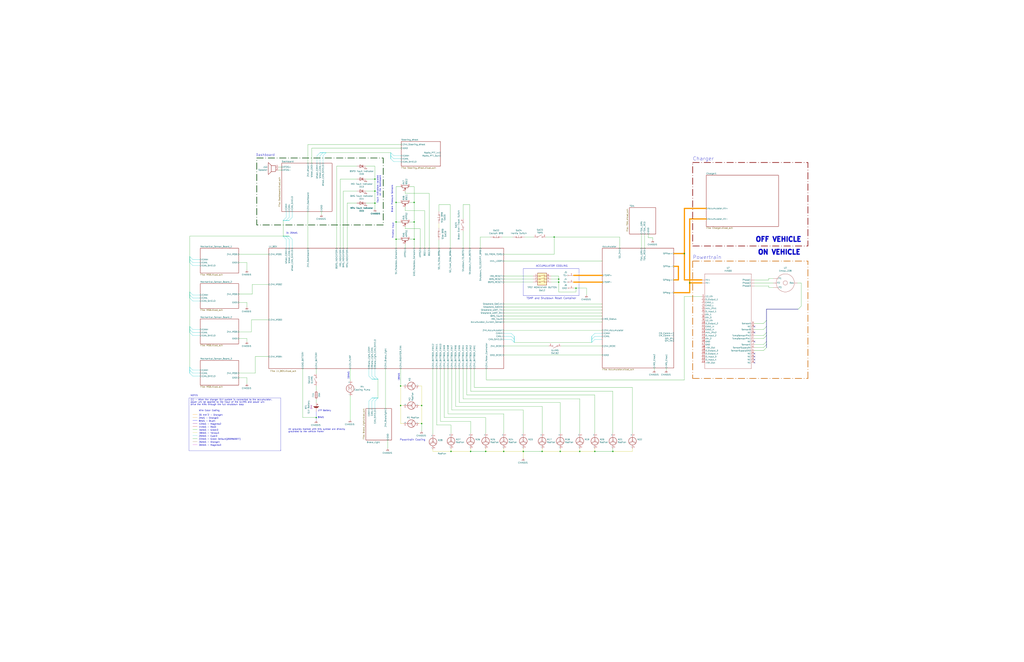
<source format=kicad_sch>
(kicad_sch (version 20230121) (generator eeschema)
  (paper "D")
  (title_block (title "NER22A Master Schematic") (date "2022-08-05") (rev "1.0") (company "Northeastern Electric Racing"))
  (junction (at 987.425 341.63))
  (junction (at 266.7 352.425))
  (junction (at 1123.315 254))
  (junction (at 1025.525 367.03))
  (junction (at 915.035 328.93) (color 0 194 0 1))
  (junction (at 1313.815 426.72))
  (junction (at 1042.035 411.48) (color 194 0 0 1))
  (junction (at 915.035 339.09) (color 0 194 0 1))
  (junction (at 581.66 238.76))
  (junction (at 1028.065 185.42))
  (junction (at 1532.255 328.93))
  (junction (at 1274.445 424.18))
  (junction (at 1475.105 345.44))
  (junction (at 1096.645 254))
  (junction (at 1349.375 127))
  (junction (at 1282.065 426.72))
  (junction (at 1025.525 349.25))
  (junction (at 349.25 187.325))
  (junction (at 316.23 161.29))
  (junction (at 457.2 381))
  (junction (at 1346.835 407.67))
  (junction (at 471.17 238.125))
  (junction (at 1354.455 424.18))
  (junction (at 472.44 381))
  (junction (at 1038.225 367.03))
  (junction (at 1339.215 424.18))
  (junction (at 337.82 342.265))
  (junction (at 441.325 381))
  (junction (at 1289.685 424.18))
  (junction (at 1177.925 300.99))
  (junction (at 1282.065 407.67))
  (junction (at 488.95 381))
  (junction (at 337.82 325.755))
  (junction (at 1249.045 407.67))
  (junction (at 349.25 201.93))
  (junction (at 1255.395 370.84) (color 194 0 0 1))
  (junction (at 409.575 381))
  (junction (at 424.815 381))
  (junction (at 355.6 357.505))
  (junction (at 1346.835 426.72))
  (junction (at 485.775 243.205))
  (junction (at 501.65 381))
  (junction (at 1249.045 426.72))
  (junction (at 1166.495 127))
  (junction (at 1321.435 424.18))
  (junction (at 1177.925 287.02))
  (junction (at 467.36 200.025))
  (junction (at 334.01 170.815))
  (junction (at 925.195 426.72))
  (junction (at 577.215 213.995))
  (junction (at 1038.225 349.25))
  (junction (at 1478.915 342.9))
  (junction (at 334.01 187.325))
  (junction (at 1256.665 424.18))
  (junction (at 355.6 342.265))
  (junction (at 1306.195 424.18))
  (junction (at 1313.815 407.67))
  (junction (at 1255.395 368.3) (color 194 0 0 1))
  (junction (at 516.89 381))
  (junction (at 1028.065 175.26))
  (junction (at 316.23 151.13))
  (junction (at 380.365 381))
  (junction (at 334.01 201.93))
  (junction (at 349.25 170.815))
  (junction (at 316.23 171.45))
  (junction (at 396.875 381))
  (junction (at 1025.525 411.48) (color 194 0 0 1))
  (junction (at 471.17 235.585))
  (no_connect (at 1538.605 278.13))
  (no_connect (at 1538.605 275.59))
  (no_connect (at 1538.605 299.72))
  (no_connect (at 1590.675 290.83))
  (no_connect (at 1538.605 294.64))
  (no_connect (at 1538.605 321.31))
  (no_connect (at 1538.605 313.69))
  (no_connect (at 636.27 275.59))
  (no_connect (at 1590.675 328.93))
  (no_connect (at 1538.605 289.56))
  (no_connect (at 1590.675 331.47))
  (no_connect (at 1538.605 297.18))
  (no_connect (at 636.27 306.07))
  (no_connect (at 1590.675 304.8))
  (no_connect (at 1538.605 302.26))
  (no_connect (at 1538.605 318.77))
  (no_connect (at 1590.675 323.85))
  (no_connect (at 1590.675 334.01))
  (no_connect (at 1538.605 270.51))
  (no_connect (at 636.27 300.99))
  (no_connect (at 1538.605 292.1))
  (no_connect (at 1538.605 308.61))
  (no_connect (at 1538.605 334.01))
  (no_connect (at 1538.605 273.05))
  (no_connect (at 636.27 303.53))
  (no_connect (at 1538.605 311.15))
  (no_connect (at 636.27 288.29))
  (no_connect (at 636.27 280.67))
  (no_connect (at 1538.605 331.47))
  (no_connect (at 1538.605 304.8))
  (no_connect (at 1590.675 288.29))
  (no_connect (at 1590.675 326.39))
  (no_connect (at 636.27 298.45))
  (bus_entry (at 643.89 283.21) (size 2.54 -2.54))
  (bus_entry (at 983.615 332.74) (size -2.54 2.54) (stroke (width 0) (color 0 194 194 1)))
  (bus_entry (at 1346.835 254) (size 2.54 -2.54) (stroke (width 0) (color 0 194 194 1)))
  (bus_entry (at 1064.895 129.54) (size 2.54 -2.54) (stroke (width 0) (color 0 194 194 1)))
  (bus_entry (at 959.485 386.08) (size 2.54 -2.54) (stroke (width 0) (color 0 194 194 1)))
  (bus_entry (at 162.56 254) (size -2.54 -2.54) (stroke (width 0) (color 0 194 194 1)))
  (bus_entry (at 162.56 317.5) (size -2.54 -2.54) (stroke (width 0) (color 0 194 194 1)))
  (bus_entry (at 675.64 258.445) (size -2.54 2.54))
  (bus_entry (at 998.855 234.95) (size 2.54 -2.54) (stroke (width 0) (color 0 194 194 1)))
  (bus_entry (at 313.69 338.455) (size 2.54 -2.54) (stroke (width 0) (color 0 194 194 1)))
  (bus_entry (at 1605.915 325.12) (size 2.54 2.54))
  (bus_entry (at 332.105 136.525) (size -2.54 -2.54) (stroke (width 0) (color 0 194 194 1)))
  (bus_entry (at 1346.835 318.77) (size 2.54 -2.54) (stroke (width 0) (color 0 194 194 1)))
  (bus_entry (at 1605.915 320.04) (size 2.54 2.54))
  (bus_entry (at 269.875 131.445) (size 2.54 -2.54) (stroke (width 0) (color 0 194 194 1)))
  (bus_entry (at 316.23 317.5) (size 2.54 2.54) (stroke (width 0) (color 0 194 194 1)))
  (bus_entry (at 332.105 131.445) (size -2.54 -2.54) (stroke (width 0) (color 0 194 194 1)))
  (bus_entry (at 1349.375 254) (size -2.54 2.54) (stroke (width 0) (color 0 194 194 1)))
  (bus_entry (at 1447.165 320.04) (size -2.54 -2.54) (stroke (width 0) (color 0 194 194 1)))
  (bus_entry (at 1533.525 278.13) (size 2.54 2.54) (stroke (width 0) (color 0 194 194 1)))
  (bus_entry (at 162.56 221.615) (size -2.54 -2.54) (stroke (width 0) (color 0 194 194 1)))
  (bus_entry (at 241.3 201.93) (size -2.54 -2.54) (stroke (width 0) (color 0 194 194 1)))
  (bus_entry (at 978.535 332.74) (size -2.54 2.54) (stroke (width 0) (color 0 194 194 1)))
  (bus_entry (at 162.56 312.42) (size -2.54 -2.54) (stroke (width 0) (color 0 194 194 1)))
  (bus_entry (at 313.69 317.5) (size 2.54 2.54) (stroke (width 0) (color 0 194 194 1)))
  (bus_entry (at 1610.995 337.82) (size -2.54 -2.54))
  (bus_entry (at 1536.065 285.75) (size -2.54 -2.54) (stroke (width 0) (color 0 194 194 1)))
  (bus_entry (at 643.89 273.05) (size 2.54 -2.54))
  (bus_entry (at 316.23 338.455) (size 2.54 -2.54) (stroke (width 0) (color 0 194 194 1)))
  (bus_entry (at 162.56 219.075) (size -2.54 -2.54) (stroke (width 0) (color 0 194 194 1)))
  (bus_entry (at 162.56 283.21) (size -2.54 -2.54) (stroke (width 0) (color 0 194 194 1)))
  (bus_entry (at 959.485 383.54) (size 2.54 -2.54) (stroke (width 0) (color 0 194 194 1)))
  (bus_entry (at 243.84 201.93) (size -2.54 -2.54) (stroke (width 0) (color 0 194 194 1)))
  (bus_entry (at 162.56 280.67) (size -2.54 -2.54) (stroke (width 0) (color 0 194 194 1)))
  (bus_entry (at 996.315 234.95) (size 2.54 -2.54) (stroke (width 0) (color 0 194 194 1)))
  (bus_entry (at 162.56 251.46) (size -2.54 -2.54) (stroke (width 0) (color 0 194 194 1)))
  (bus_entry (at 162.56 278.13) (size -2.54 -2.54) (stroke (width 0) (color 0 194 194 1)))
  (bus_entry (at 272.415 131.445) (size 2.54 -2.54) (stroke (width 0) (color 0 194 194 1)))
  (bus_entry (at 246.38 201.93) (size -2.54 -2.54) (stroke (width 0) (color 0 194 194 1)))
  (bus_entry (at 241.3 183.515) (size -2.54 2.54) (stroke (width 0) (color 0 194 194 1)))
  (bus_entry (at 501.65 281.305) (size -2.54 2.54) (stroke (width 0) (color 0 194 194 1)))
  (bus_entry (at 1346.835 259.08) (size 2.54 -2.54) (stroke (width 0) (color 0 194 194 1)))
  (bus_entry (at 1064.895 134.62) (size 2.54 -2.54) (stroke (width 0) (color 0 194 194 1)))
  (bus_entry (at 501.65 286.385) (size -2.54 2.54) (stroke (width 0) (color 0 194 194 1)))
  (bus_entry (at 1605.915 322.58) (size 2.54 2.54))
  (bus_entry (at 431.165 283.845) (size 2.54 2.54) (stroke (width 0) (color 0 194 194 1)))
  (bus_entry (at 1536.065 283.21) (size -2.54 -2.54) (stroke (width 0) (color 0 194 194 1)))
  (bus_entry (at 1064.895 132.08) (size 2.54 -2.54) (stroke (width 0) (color 0 194 194 1)))
  (bus_entry (at 431.165 286.385) (size 2.54 2.54) (stroke (width 0) (color 0 194 194 1)))
  (bus_entry (at 959.485 381) (size 2.54 -2.54) (stroke (width 0) (color 0 194 194 1)))
  (bus_entry (at 246.38 183.515) (size -2.54 2.54) (stroke (width 0) (color 0 194 194 1)))
  (bus_entry (at 311.15 338.455) (size 2.54 -2.54) (stroke (width 0) (color 0 194 194 1)))
  (bus_entry (at 643.89 295.91) (size 2.54 -2.54))
  (bus_entry (at 1346.835 323.85) (size 2.54 -2.54) (stroke (width 0) (color 0 194 194 1)))
  (bus_entry (at 1605.915 309.88) (size 2.54 2.54))
  (bus_entry (at 1605.915 307.34) (size 2.54 2.54))
  (bus_entry (at 162.56 224.155) (size -2.54 -2.54) (stroke (width 0) (color 0 194 194 1)))
  (bus_entry (at 501.65 283.845) (size -2.54 2.54) (stroke (width 0) (color 0 194 194 1)))
  (bus_entry (at 1605.915 317.5) (size 2.54 2.54))
  (bus_entry (at 1605.915 314.96) (size 2.54 2.54))
  (bus_entry (at 162.56 248.92) (size -2.54 -2.54) (stroke (width 0) (color 0 194 194 1)))
  (bus_entry (at 162.56 314.96) (size -2.54 -2.54) (stroke (width 0) (color 0 194 194 1)))
  (bus_entry (at 1349.375 318.77) (size -2.54 2.54) (stroke (width 0) (color 0 194 194 1)))
  (bus_entry (at 332.105 133.985) (size -2.54 -2.54) (stroke (width 0) (color 0 194 194 1)))
  (bus_entry (at 1444.625 320.04) (size 2.54 2.54) (stroke (width 0) (color 0 194 194 1)))
  (bus_entry (at 643.89 290.83) (size 2.54 -2.54))
  (bus_entry (at 243.84 183.515) (size -2.54 2.54) (stroke (width 0) (color 0 194 194 1)))
  (bus_entry (at 643.89 278.13) (size 2.54 -2.54))
  (bus_entry (at 267.335 131.445) (size 2.54 -2.54) (stroke (width 0) (color 0 194 194 1)))
  (bus_entry (at 643.89 285.75) (size 2.54 -2.54))
  (bus_entry (at 311.15 317.5) (size 2.54 2.54) (stroke (width 0) (color 0 194 194 1)))
  (bus_entry (at 981.075 332.74) (size -2.54 2.54) (stroke (width 0) (color 0 194 194 1)))
  (bus_entry (at 643.89 293.37) (size 2.54 -2.54))
  (bus_entry (at 1605.915 312.42) (size 2.54 2.54))
  (bus_entry (at 431.165 281.305) (size 2.54 2.54) (stroke (width 0) (color 0 194 194 1)))
  (bus_entry (at 1001.395 234.95) (size 2.54 -2.54) (stroke (width 0) (color 0 194 194 1)))
  (wire (pts (xy 1354.455 420.37) (xy 1354.455 424.18)))
  (wire (pts (xy 457.2 342.9) (xy 384.175 342.9)))
  (wire (pts (xy 915.035 339.09) (xy 915.035 351.79)) (stroke (width 0) (color 0 194 0 1)))
  (bus (pts (xy 160.02 221.615) (xy 160.02 219.075)) (stroke (width 0) (color 0 194 194 1)))
  (bus (pts (xy 241.3 186.055) (xy 238.76 186.055)) (stroke (width 0) (color 0 194 194 1)))
  (wire (pts (xy 380.365 381) (xy 396.875 381)) (stroke (width 0) (color 194 194 0 1)))
  (wire (pts (xy 255.27 311.15) (xy 255.27 352.425)))
  (wire (pts (xy 259.715 121.92) (xy 259.715 137.795)))
  (wire (pts (xy 1067.435 190.5) (xy 1067.435 185.42)))
  (wire (pts (xy 371.475 311.15) (xy 371.475 355.6)))
  (wire (pts (xy 923.925 290.83) (xy 923.925 294.64)) (stroke (width 0) (color 194 194 0 1)))
  (wire (pts (xy 266.7 347.345) (xy 266.7 352.425)) (stroke (width 0) (color 0 0 255 1)))
  (wire (pts (xy 1344.295 323.85) (xy 1346.835 323.85)) (stroke (width 0) (color 0 194 194 1)))
  (wire (pts (xy 160.02 309.88) (xy 160.02 280.67)))
  (wire (pts (xy 1420.495 252.73) (xy 1420.495 271.78)))
  (wire (pts (xy 160.02 199.39) (xy 160.02 216.535)))
  (wire (pts (xy 1590.675 285.75) (xy 1595.755 285.75)))
  (wire (pts (xy 243.84 209.55) (xy 243.84 201.93)) (stroke (width 0) (color 0 194 194 1)))
  (wire (pts (xy 1177.925 300.99) (xy 1177.925 313.055)))
  (wire (pts (xy 464.82 233.045) (xy 471.17 233.045)))
  (wire (pts (xy 1026.795 316.23) (xy 1085.215 316.23)) (stroke (width 0) (color 194 194 0 1)))
  (bus (pts (xy 1166.495 127) (xy 1155.065 127)))
  (wire (pts (xy 1026.795 303.53) (xy 1102.995 303.53)) (stroke (width 0) (color 194 194 0 1)))
  (wire (pts (xy 977.265 127) (xy 1006.475 127)))
  (polyline (pts (xy 159.385 335.915) (xy 159.385 380.365)))
  (wire (pts (xy 472.44 381) (xy 488.95 381)) (stroke (width 0) (color 194 194 0 1)))
  (wire (pts (xy 162.56 370.205) (xy 166.37 370.205)) (stroke (width 0) (color 0 150 0 1)))
  (wire (pts (xy 987.425 406.4) (xy 1009.015 406.4)) (stroke (width 0) (color 194 0 0 1)))
  (wire (pts (xy 1249.045 422.91) (xy 1249.045 426.72)) (stroke (width 0) (color 194 194 0 1)))
  (wire (pts (xy 1263.015 325.12) (xy 1271.905 325.12)))
  (wire (pts (xy 1050.925 254) (xy 1068.705 254)))
  (bus (pts (xy 962.025 381) (xy 962.025 378.46)) (stroke (width 0) (color 0 194 194 1)))
  (wire (pts (xy 989.965 341.63) (xy 987.425 341.63)))
  (wire (pts (xy 636.27 293.37) (xy 643.89 293.37)))
  (wire (pts (xy 1289.685 420.37) (xy 1289.685 424.18)))
  (wire (pts (xy 160.02 280.67) (xy 160.02 278.13)))
  (bus (pts (xy 1533.525 280.67) (xy 1533.525 278.13)) (stroke (width 0) (color 0 194 194 1)))
  (wire (pts (xy 162.56 349.885) (xy 166.37 349.885)) (stroke (width 0) (color 255 153 0 1)))
  (wire (pts (xy 1038.225 349.25) (xy 1025.525 349.25)) (stroke (width 0) (color 194 194 0 1)))
  (wire (pts (xy 946.785 92.71) (xy 1006.475 92.71)))
  (wire (pts (xy 1102.995 397.51) (xy 1161.415 397.51)) (stroke (width 0) (color 194 194 0 1)))
  (wire (pts (xy 1050.925 476.25) (xy 1054.735 476.25)) (stroke (width 0) (color 0 0 255 1)))
  (bus (pts (xy 1444.625 317.5) (xy 1444.625 320.04)) (stroke (width 0) (color 0 194 194 1)))
  (wire (pts (xy 409.575 365.76) (xy 409.575 352.425)))
  (wire (pts (xy 1177.925 287.02) (xy 1177.925 300.99)))
  (bus (pts (xy 978.535 335.28) (xy 975.995 335.28)) (stroke (width 0) (color 0 194 194 1)))
  (wire (pts (xy 1011.555 349.25) (xy 1011.555 351.79)) (stroke (width 0) (color 194 194 0 1)))
  (wire (pts (xy 915.035 339.09) (xy 918.845 339.09)) (stroke (width 0) (color 0 194 0 1)))
  (wire (pts (xy 311.15 344.805) (xy 311.15 338.455)) (stroke (width 0) (color 0 194 194 1)))
  (wire (pts (xy 1590.675 320.04) (xy 1605.915 320.04)))
  (wire (pts (xy 1538.605 316.23) (xy 1524 316.23)))
  (wire (pts (xy 424.815 349.25) (xy 377.825 349.25)))
  (wire (pts (xy 471.17 238.125) (xy 471.17 246.38)))
  (wire (pts (xy 483.87 243.205) (xy 485.775 243.205)))
  (bus (pts (xy 160.02 314.96) (xy 160.02 312.42)) (stroke (width 0) (color 0 194 194 1)))
  (wire (pts (xy 287.02 209.55) (xy 287.02 151.13)))
  (bus (pts (xy 269.875 128.905) (xy 272.415 128.905)) (stroke (width 0) (color 0 194 194 1)))
  (wire (pts (xy 1255.395 368.3) (xy 1255.395 370.84)) (stroke (width 0) (color 194 0 0 1)))
  (wire (pts (xy 595.63 175.895) (xy 577.215 175.895)) (stroke (width 1) (color 255 153 0 1)))
  (wire (pts (xy 168.91 278.13) (xy 162.56 278.13)) (stroke (width 0) (color 0 194 194 1)))
  (wire (pts (xy 387.35 339.725) (xy 387.35 311.15)))
  (wire (pts (xy 316.23 140.335) (xy 316.23 151.13)))
  (wire (pts (xy 1062.355 139.7) (xy 1123.315 139.7)))
  (wire (pts (xy 956.945 398.78) (xy 982.345 398.78)) (stroke (width 0) (color 194 0 0 1)))
  (wire (pts (xy 1346.835 426.72) (xy 1362.075 426.72)) (stroke (width 0) (color 194 194 0 1)))
  (wire (pts (xy 316.23 171.45) (xy 316.23 176.53)))
  (wire (pts (xy 1600.835 252.73) (xy 1420.495 252.73)))
  (wire (pts (xy 160.02 275.59) (xy 160.02 251.46)))
  (wire (pts (xy 1282.065 426.72) (xy 1297.305 426.72)) (stroke (width 0) (color 194 194 0 1)))
  (wire (pts (xy 201.295 248.285) (xy 212.725 248.285)))
  (wire (pts (xy 208.28 221.615) (xy 208.28 227.965)))
  (wire (pts (xy 1219.835 363.22) (xy 1219.835 414.02)) (stroke (width 0) (color 194 0 0 1)))
  (wire (pts (xy 1050.925 473.71) (xy 1054.735 473.71)) (stroke (width 0) (color 221 133 0 1)))
  (wire (pts (xy 501.65 333.375) (xy 501.65 365.76)))
  (wire (pts (xy 989.965 344.17) (xy 989.965 341.63)))
  (wire (pts (xy 1171.575 287.02) (xy 1177.925 287.02)))
  (wire (pts (xy 377.825 349.25) (xy 377.825 311.15)))
  (wire (pts (xy 201.295 255.27) (xy 208.28 255.27)))
  (polyline (pts (xy 1428.115 335.28) (xy 1482.725 335.28)))
  (wire (pts (xy 1217.295 360.68) (xy 1217.295 411.48)) (stroke (width 0) (color 194 0 0 1)))
  (wire (pts (xy 337.82 357.505) (xy 337.82 342.265)) (stroke (width 0) (color 194 194 0 1)))
  (wire (pts (xy 1189.355 288.29) (xy 1271.905 288.29)))
  (wire (pts (xy 337.82 357.505) (xy 340.36 357.505)) (stroke (width 0) (color 194 194 0 1)))
  (wire (pts (xy 946.785 116.84) (xy 1006.475 116.84)))
  (wire (pts (xy 984.885 411.48) (xy 1003.935 411.48)) (stroke (width 0) (color 194 0 0 1)))
  (wire (pts (xy 546.735 200.66) (xy 550.545 200.66)))
  (wire (pts (xy 1026.795 284.48) (xy 1156.335 284.48)))
  (wire (pts (xy 424.815 235.585) (xy 449.58 235.585)))
  (bus (pts (xy 981.075 335.28) (xy 978.535 335.28)) (stroke (width 0) (color 0 194 194 1)))
  (wire (pts (xy 1468.755 318.77) (xy 1475.105 318.77)) (stroke (width 1) (color 255 153 0 1)))
  (wire (pts (xy 168.91 248.92) (xy 162.56 248.92)) (stroke (width 0) (color 0 194 194 1)))
  (bus (pts (xy 499.11 283.845) (xy 499.11 286.385)) (stroke (width 0) (color 0 194 194 1)))
  (polyline (pts (xy 1047.75 457.2) (xy 1047.75 501.65)))
  (wire (pts (xy 1475.105 345.44) (xy 1538.605 345.44)) (stroke (width 1) (color 255 153 0 1)))
  (wire (pts (xy 1344.295 259.08) (xy 1346.835 259.08)) (stroke (width 0) (color 0 194 194 1)))
  (wire (pts (xy 441.325 381) (xy 457.2 381)))
  (wire (pts (xy 1254.125 349.25) (xy 1254.125 350.52)))
  (wire (pts (xy 355.6 357.505) (xy 355.6 363.855)))
  (wire (pts (xy 472.44 378.46) (xy 472.44 381)) (stroke (width 0) (color 194 194 0 1)))
  (bus (pts (xy 1608.455 309.88) (xy 1608.455 312.42)) (stroke (width 0) (color 0 150 0 1)))
  (wire (pts (xy 925.195 415.29) (xy 925.195 401.32)) (stroke (width 0) (color 0 0 0 1)))
  (bus (pts (xy 1608.455 327.66) (xy 1608.455 335.28)) (stroke (width 0) (color 0 150 0 1)))
  (wire (pts (xy 237.49 140.97) (xy 234.95 140.97)))
  (wire (pts (xy 1599.565 355.6) (xy 1599.565 325.12)))
  (polyline (pts (xy 1147.445 306.07) (xy 1194.435 306.07)))
  (wire (pts (xy 918.845 339.09) (xy 918.845 344.17)) (stroke (width 0) (color 0 194 0 1)))
  (polyline (pts (xy 1105.535 199.39) (xy 972.185 199.39)) (stroke (width 0) (type dash) (color 255 0 0 1)))
  (wire (pts (xy 1605.915 312.42) (xy 1590.675 312.42)))
  (wire (pts (xy 1344.295 321.31) (xy 1346.835 321.31)) (stroke (width 0) (color 0 194 194 1)))
  (polyline (pts (xy 1125.22 457.2) (xy 1047.75 457.2)))
  (wire (pts (xy 370.205 202.565) (xy 370.205 209.55)))
  (wire (pts (xy 1354.455 424.18) (xy 1339.215 424.18)))
  (bus (pts (xy 1533.525 278.13) (xy 1533.525 127)) (stroke (width 0) (color 0 194 194 1)))
  (wire (pts (xy 577.215 250.19) (xy 591.82 250.19)))
  (wire (pts (xy 1062.355 96.52) (xy 1161.415 96.52)))
  (wire (pts (xy 1016.635 406.4) (xy 1025.525 406.4)) (stroke (width 0) (color 194 0 0 1)))
  (wire (pts (xy 1026.795 259.08) (xy 1096.645 259.08)))
  (wire (pts (xy 1062.355 106.68) (xy 1161.415 106.68)))
  (wire (pts (xy 1067.435 185.42) (xy 1075.055 185.42)))
  (wire (pts (xy 1171.575 284.48) (xy 1177.925 284.48)))
  (wire (pts (xy 494.665 243.205) (xy 494.665 248.92)))
  (wire (pts (xy 636.27 236.22) (xy 648.335 236.22)))
  (wire (pts (xy 1240.155 325.12) (xy 1240.155 327.66)))
  (wire (pts (xy 636.27 283.21) (xy 643.89 283.21)))
  (wire (pts (xy 1339.215 420.37) (xy 1339.215 424.18)))
  (wire (pts (xy 295.275 334.01) (xy 295.275 354.33)) (stroke (width 0) (color 0 194 0 1)))
  (wire (pts (xy 987.425 393.7) (xy 987.425 406.4)) (stroke (width 0) (color 194 0 0 1)))
  (wire (pts (xy 365.125 379.095) (xy 365.125 381)) (stroke (width 0) (color 194 194 0 1)))
  (wire (pts (xy 472.44 339.725) (xy 387.35 339.725)))
  (wire (pts (xy 396.875 355.6) (xy 396.875 365.76)))
  (wire (pts (xy 501.65 381) (xy 516.89 381)))
  (wire (pts (xy 984.885 165.1) (xy 1012.825 165.1)))
  (wire (pts (xy 533.4 378.46) (xy 533.4 381)) (stroke (width 0) (color 194 194 0 1)))
  (wire (pts (xy 424.815 378.46) (xy 424.815 381)) (stroke (width 0) (color 194 194 0 1)))
  (wire (pts (xy 1344.295 342.9) (xy 1478.915 342.9)) (stroke (width 1) (color 255 153 0 1)))
  (wire (pts (xy 923.925 280.67) (xy 923.925 278.13)) (stroke (width 0) (color 194 194 0 1)))
  (wire (pts (xy 561.975 310.515) (xy 561.975 312.42)))
  (bus (pts (xy 1166.495 127) (xy 1349.375 127)) (stroke (width 0) (color 0 194 194 1)))
  (wire (pts (xy 1450.975 320.04) (xy 1447.165 320.04)) (stroke (width 0) (color 0 194 194 1)))
  (wire (pts (xy 353.06 325.755) (xy 355.6 325.755)) (stroke (width 0) (color 194 194 0 1)))
  (wire (pts (xy 238.76 199.39) (xy 241.3 199.39)))
  (wire (pts (xy 1450.975 322.58) (xy 1447.165 322.58)) (stroke (width 0) (color 0 194 194 1)))
  (wire (pts (xy 424.815 381) (xy 441.325 381)) (stroke (width 0) (color 194 194 0 1)))
  (wire (pts (xy 308.61 140.335) (xy 316.23 140.335)))
  (wire (pts (xy 337.82 157.48) (xy 334.01 157.48)))
  (bus (pts (xy 1067.435 127) (xy 1166.495 127)) (stroke (width 0) (color 0 194 194 1)))
  (wire (pts (xy 1196.975 104.14) (xy 1202.055 104.14)))
  (wire (pts (xy 1026.795 318.77) (xy 1082.675 318.77)) (stroke (width 0) (color 194 194 0 1)))
  (wire (pts (xy 271.145 178.435) (xy 271.145 180.975)) (stroke (width 0) (color 0 194 0 1)))
  (polyline (pts (xy 1603.375 232.41) (xy 1603.375 360.68)) (stroke (width 0) (type dash) (color 255 0 0 1)))
  (bus (pts (xy 646.43 275.59) (xy 646.43 280.67)))
  (wire (pts (xy 1097.915 402.59) (xy 1138.555 402.59)) (stroke (width 0) (color 194 194 0 1)))
  (bus (pts (xy 646.43 283.21) (xy 646.43 288.29)))
  (wire (pts (xy 457.2 342.9) (xy 457.2 365.76)))
  (wire (pts (xy 201.295 214.63) (xy 226.695 214.63)))
  (wire (pts (xy 379.73 172.72) (xy 379.73 209.55)))
  (wire (pts (xy 1096.645 254) (xy 1123.315 254)))
  (wire (pts (xy 946.785 99.06) (xy 1006.475 99.06)))
  (wire (pts (xy 287.02 151.13) (xy 300.99 151.13)))
  (wire (pts (xy 1346.835 407.67) (xy 1346.835 410.21)) (stroke (width 0) (color 194 194 0 1)))
  (polyline (pts (xy 1482.725 303.53) (xy 1482.725 335.28)))
  (wire (pts (xy 1050.925 478.79) (xy 1054.735 478.79)) (stroke (width 0) (color 132 0 132 1)))
  (wire (pts (xy 533.4 327.025) (xy 400.05 327.025)))
  (wire (pts (xy 410.21 311.15) (xy 410.21 320.675)))
  (wire (pts (xy 516.89 378.46) (xy 516.89 381)))
  (wire (pts (xy 361.95 163.195) (xy 361.95 209.55)))
  (wire (pts (xy 1264.285 407.67) (xy 1249.045 407.67)) (stroke (width 0) (color 194 194 0 1)))
  (wire (pts (xy 591.82 236.22) (xy 577.215 236.22)) (stroke (width 1) (color 255 153 0 1)))
  (wire (pts (xy 1097.915 308.61) (xy 1026.795 308.61)) (stroke (width 0) (color 194 194 0 1)))
  (wire (pts (xy 316.23 344.805) (xy 316.23 338.455)) (stroke (width 0) (color 0 194 194 1)))
  (wire (pts (xy 266.7 352.425) (xy 266.7 354.965)) (stroke (width 0) (color 0 0 255 1)))
  (wire (pts (xy 951.865 311.15) (xy 954.405 311.15)) (stroke (width 0) (color 0 194 0 1)))
  (bus (pts (xy 243.84 199.39) (xy 241.3 199.39)) (stroke (width 0) (color 0 194 194 1)))
  (wire (pts (xy 311.15 311.15) (xy 311.15 317.5)) (stroke (width 0) (color 0 194 194 1)))
  (wire (pts (xy 409.575 378.46) (xy 409.575 381)) (stroke (width 0) (color 194 194 0 1)))
  (wire (pts (xy 954.405 318.77) (xy 926.465 318.77)) (stroke (width 0) (color 0 194 0 1)))
  (wire (pts (xy 1123.315 254) (xy 1271.905 254)))
  (wire (pts (xy 1255.395 370.84) (xy 1255.395 372.11)) (stroke (width 0) (color 194 0 0 1)))
  (polyline (pts (xy 236.855 335.915) (xy 159.385 335.915)))
  (wire (pts (xy 1038.225 364.49) (xy 1038.225 367.03)) (stroke (width 0) (color 194 194 0 1)))
  (bus (pts (xy 646.43 290.83) (xy 646.43 293.37)))
  (wire (pts (xy 915.035 339.09) (xy 911.225 339.09)) (stroke (width 0) (color 0 194 0 1)))
  (wire (pts (xy 1598.295 293.37) (xy 1590.675 293.37)))
  (wire (pts (xy 950.595 102.87) (xy 1006.475 102.87)))
  (wire (pts (xy 981.075 331.47) (xy 981.075 332.74)) (stroke (width 0) (color 0 194 194 1)))
  (wire (pts (xy 1219.835 363.22) (xy 1271.905 363.22)) (stroke (width 0) (color 194 0 0 1)))
  (wire (pts (xy 1478.915 314.96) (xy 1478.915 342.9)) (stroke (width 1) (color 255 153 0 1)))
  (bus (pts (xy 646.43 288.29) (xy 646.43 290.83)))
  (wire (pts (xy 313.69 311.15) (xy 313.69 317.5)) (stroke (width 0) (color 0 194 194 1)))
  (wire (pts (xy 168.91 283.21) (xy 162.56 283.21)) (stroke (width 0) (color 0 194 194 1)))
  (bus (pts (xy 1349.375 254) (xy 1349.375 256.54)) (stroke (width 0) (color 0 194 194 1)))
  (wire (pts (xy 353.06 357.505) (xy 355.6 357.505)) (stroke (width 0) (color 194 194 0 1)))
  (wire (pts (xy 1610.995 337.82) (xy 1620.52 337.82)))
  (wire (pts (xy 433.705 288.925) (xy 499.11 288.925)))
  (wire (pts (xy 370.205 188.595) (xy 370.205 192.405)) (stroke (width 0) (color 194 194 0 1)))
  (wire (pts (xy 934.085 326.39) (xy 954.405 326.39)) (stroke (width 0) (color 0 194 0 1)))
  (wire (pts (xy 162.56 352.425) (xy 166.37 352.425)) (stroke (width 0) (color 221 133 0 1)))
  (wire (pts (xy 1249.045 426.72) (xy 1249.045 439.42)) (stroke (width 0) (color 194 194 0 1)))
  (wire (pts (xy 390.525 336.55) (xy 390.525 311.15)))
  (wire (pts (xy 1056.005 326.39) (xy 1056.005 351.79)) (stroke (width 0) (color 0 194 0 1)))
  (wire (pts (xy 1050.925 471.17) (xy 1054.735 471.17)) (stroke (width 0) (color 255 153 0 1)))
  (wire (pts (xy 1240.155 325.12) (xy 1255.395 325.12)))
  (wire (pts (xy 543.56 197.485) (xy 543.56 209.55)))
  (bus (pts (xy 313.69 335.915) (xy 316.23 335.915)) (stroke (width 0) (color 0 194 194 1)))
  (wire (pts (xy 269.875 137.795) (xy 269.875 131.445)) (stroke (width 0) (color 0 194 194 1)))
  (wire (pts (xy 983.615 331.47) (xy 983.615 332.74)) (stroke (width 0) (color 0 194 194 1)))
  (wire (pts (xy 541.02 197.485) (xy 541.02 209.55)))
  (wire (pts (xy 341.63 161.29) (xy 341.63 163.195)))
  (wire (pts (xy 488.95 336.55) (xy 488.95 365.76)))
  (wire (pts (xy 365.125 381) (xy 380.365 381)) (stroke (width 0) (color 194 194 0 1)))
  (wire (pts (xy 424.815 266.7) (xy 508 266.7)))
  (wire (pts (xy 915.035 307.34) (xy 915.035 328.93)) (stroke (width 0) (color 0 194 0 1)))
  (wire (pts (xy 1214.755 408.94) (xy 1042.035 408.94)) (stroke (width 0) (color 194 0 0 1)))
  (wire (pts (xy 1062.355 68.58) (xy 1066.165 68.58)))
  (wire (pts (xy 441.325 346.075) (xy 381 346.075)))
  (wire (pts (xy 1590.675 340.36) (xy 1620.52 340.36)) (stroke (width 1) (color 255 153 0 1)))
  (wire (pts (xy 390.525 172.72) (xy 390.525 184.785)))
  (wire (pts (xy 982.345 414.02) (xy 982.345 398.78)) (stroke (width 0) (color 194 0 0 1)))
  (wire (pts (xy 1538.605 328.93) (xy 1532.255 328.93)))
  (wire (pts (xy 1282.065 400.05) (xy 1282.065 407.67)) (stroke (width 0) (color 194 194 0 1)))
  (wire (pts (xy 316.23 151.13) (xy 316.23 161.29)))
  (wire (pts (xy 201.295 221.615) (xy 208.28 221.615)))
  (wire (pts (xy 483.87 238.125) (xy 508 238.125)) (stroke (width 1) (color 255 153 0 1)))
  (bus (pts (xy 1608.455 317.5) (xy 1608.455 320.04)) (stroke (width 0) (color 0 150 0 1)))
  (wire (pts (xy 936.625 303.53) (xy 954.405 303.53)) (stroke (width 0) (color 0 194 0 1)))
  (polyline (pts (xy 1383.665 241.3) (xy 1231.265 241.3)) (stroke (width 0) (type dash) (color 255 0 0 1)))
  (wire (pts (xy 1038.225 328.93) (xy 1038.225 349.25)) (stroke (width 0) (color 194 194 0 1)))
  (wire (pts (xy 1605.915 307.34) (xy 1590.675 307.34)))
  (bus (pts (xy 272.415 128.905) (xy 274.955 128.905)) (stroke (width 0) (color 0 194 194 1)))
  (wire (pts (xy 1177.925 300.99) (xy 1181.735 300.99)))
  (wire (pts (xy 1026.795 274.32) (xy 1271.905 274.32)) (stroke (width 0) (color 194 194 0 1)))
  (bus (pts (xy 1166.495 232.41) (xy 1166.495 127)) (stroke (width 0) (color 0 194 194 1)))
  (wire (pts (xy 550.545 200.66) (xy 550.545 202.565)))
  (wire (pts (xy 1526.54 323.85) (xy 1528.445 323.85)))
  (bus (pts (xy 160.02 280.67) (xy 160.02 278.13)) (stroke (width 0) (color 0 194 194 1)))
  (wire (pts (xy 1050.925 491.49) (xy 1054.735 491.49)) (stroke (width 0) (color 0 150 0 1)))
  (wire (pts (xy 334.01 157.48) (xy 334.01 170.815)))
  (wire (pts (xy 568.325 236.22) (xy 572.135 236.22)) (stroke (width 1) (color 255 153 0 1)))
  (wire (pts (xy 354.33 193.04) (xy 354.33 209.55)))
  (wire (pts (xy 1271.905 306.07) (xy 1218.565 306.07)))
  (wire (pts (xy 581.66 238.76) (xy 591.82 238.76)) (stroke (width 1) (color 255 153 0 1)))
  (wire (pts (xy 925.195 426.72) (xy 925.195 429.26)) (stroke (width 0) (color 0 0 255 1)))
  (wire (pts (xy 370.205 178.435) (xy 370.205 172.72)))
  (wire (pts (xy 978.535 331.47) (xy 978.535 332.74)) (stroke (width 0) (color 0 194 194 1)))
  (wire (pts (xy 1249.045 426.72) (xy 1264.285 426.72)) (stroke (width 0) (color 194 194 0 1)))
  (wire (pts (xy 1025.525 349.25) (xy 1011.555 349.25)) (stroke (width 0) (color 194 194 0 1)))
  (wire (pts (xy 982.345 416.56) (xy 997.585 416.56)) (stroke (width 0) (color 194 0 0 1)))
  (wire (pts (xy 636.27 295.91) (xy 643.89 295.91)))
  (bus (pts (xy 1067.435 129.54) (xy 1067.435 127)) (stroke (width 0) (color 0 194 194 1)))
  (wire (pts (xy 501.65 381) (xy 488.95 381)) (stroke (width 0) (color 194 194 0 1)))
  (wire (pts (xy 984.885 411.48) (xy 984.885 396.24)) (stroke (width 0) (color 194 0 0 1)))
  (wire (pts (xy 1249.045 407.67) (xy 1249.045 410.21)) (stroke (width 0) (color 194 194 0 1)))
  (bus (pts (xy 316.23 320.04) (xy 318.77 320.04)) (stroke (width 0) (color 0 194 194 1)))
  (wire (pts (xy 337.82 325.755) (xy 340.36 325.755)) (stroke (width 0) (color 194 194 0 1)))
  (bus (pts (xy 1608.455 325.12) (xy 1608.455 327.66)) (stroke (width 0) (color 0 150 0 1)))
  (wire (pts (xy 355.6 342.265) (xy 355.6 325.755)) (stroke (width 0) (color 194 194 0 1)))
  (wire (pts (xy 1123.315 139.7) (xy 1123.315 254)))
  (wire (pts (xy 1062.355 99.06) (xy 1161.415 99.06)))
  (wire (pts (xy 1538.605 323.85) (xy 1536.065 323.85)))
  (wire (pts (xy 160.02 278.13) (xy 160.02 275.59)))
  (wire (pts (xy 1321.435 424.18) (xy 1306.195 424.18)))
  (wire (pts (xy 337.82 342.265) (xy 337.82 325.755)) (stroke (width 0) (color 194 194 0 1)))
  (wire (pts (xy 1297.305 407.67) (xy 1282.065 407.67)) (stroke (width 0) (color 194 194 0 1)))
  (polyline (pts (xy 1383.665 241.3) (xy 1383.665 445.77)) (stroke (width 0) (type dash) (color 255 0 0 1)))
  (wire (pts (xy 334.01 170.815) (xy 334.01 187.325)))
  (bus (pts (xy 998.855 232.41) (xy 1001.395 232.41)) (stroke (width 0) (color 0 194 194 1)))
  (wire (pts (xy 944.245 311.15) (xy 918.845 311.15)) (stroke (width 0) (color 0 194 0 1)))
  (wire (pts (xy 259.715 121.92) (xy 338.455 121.92)))
  (wire (pts (xy 1082.675 185.42) (xy 1218.565 185.42)))
  (wire (pts (xy 473.075 292.1) (xy 508 292.1)))
  (wire (pts (xy 1011.555 367.03) (xy 1025.525 367.03)) (stroke (width 0) (color 194 194 0 1)))
  (wire (pts (xy 982.345 414.02) (xy 982.345 416.56)))
  (wire (pts (xy 1062.355 111.76) (xy 1161.415 111.76)))
  (wire (pts (xy 308.61 151.13) (xy 316.23 151.13)))
  (polyline (pts (xy 1603.375 360.68) (xy 1520.825 360.68)) (stroke (width 0) (type dash) (color 255 0 0 1)))
  (wire (pts (xy 1038.225 367.03) (xy 1038.225 370.84)) (stroke (width 0) (color 194 194 0 1)))
  (wire (pts (xy 160.02 199.39) (xy 238.76 199.39)))
  (wire (pts (xy 1595.755 215.9) (xy 1595.755 285.75)))
  (wire (pts (xy 400.05 327.025) (xy 400.05 311.15)))
  (wire (pts (xy 471.17 235.585) (xy 471.17 238.125)))
  (wire (pts (xy 215.265 300.99) (xy 215.265 314.96)))
  (wire (pts (xy 208.28 255.27) (xy 208.28 259.08)))
  (bus (pts (xy 160.02 278.13) (xy 160.02 275.59)) (stroke (width 0) (color 0 194 194 1)))
  (wire (pts (xy 1282.065 435.61) (xy 1282.065 426.72)) (stroke (width 0) (color 194 194 0 1)))
  (wire (pts (xy 374.65 352.425) (xy 374.65 311.15)))
  (wire (pts (xy 1011.555 411.48) (xy 1025.525 411.48)) (stroke (width 0) (color 194 0 0 1)))
  (wire (pts (xy 168.91 221.615) (xy 162.56 221.615)) (stroke (width 0) (color 0 194 194 1)))
  (bus (pts (xy 1349.375 316.23) (xy 1349.375 318.77)) (stroke (width 0) (color 0 194 194 1)))
  (wire (pts (xy 208.28 285.75) (xy 208.28 288.29)))
  (wire (pts (xy 1050.925 486.41) (xy 1054.735 486.41)) (stroke (width 0) (color 194 194 0 1)))
  (wire (pts (xy 1090.295 311.15) (xy 1090.295 430.53)) (stroke (width 0) (color 194 194 0 1)))
  (wire (pts (xy 488.95 336.55) (xy 390.525 336.55)))
  (wire (pts (xy 1346.835 422.91) (xy 1346.835 426.72)) (stroke (width 0) (color 194 194 0 1)))
  (wire (pts (xy 162.56 365.125) (xy 166.37 365.125)) (stroke (width 0) (color 194 194 0 1)))
  (wire (pts (xy 1087.755 313.69) (xy 1087.755 433.07)) (stroke (width 0) (color 194 194 0 1)))
  (wire (pts (xy 925.195 426.72) (xy 911.225 426.72)) (stroke (width 0) (color 0 0 0 1)))
  (wire (pts (xy 300.99 161.29) (xy 289.56 161.29)))
  (wire (pts (xy 551.815 310.515) (xy 551.815 312.42)))
  (bus (pts (xy 1003.935 232.41) (xy 1166.495 232.41)) (stroke (width 0) (color 0 194 194 1)))
  (wire (pts (xy 946.785 74.93) (xy 1006.475 74.93)))
  (wire (pts (xy 1062.355 71.12) (xy 1066.165 71.12)))
  (wire (pts (xy 1050.925 483.87) (xy 1054.735 483.87)) (stroke (width 0) (color 0 194 0 1)))
  (wire (pts (xy 337.82 342.265) (xy 340.36 342.265)) (stroke (width 0) (color 194 194 0 1)))
  (wire (pts (xy 1282.065 422.91) (xy 1282.065 426.72)) (stroke (width 0) (color 194 194 0 1)))
  (wire (pts (xy 246.38 178.435) (xy 246.38 183.515)) (stroke (width 0) (color 0 194 194 1)))
  (wire (pts (xy 516.89 330.2) (xy 516.89 365.76)))
  (wire (pts (xy 1100.455 400.05) (xy 1149.985 400.05)) (stroke (width 0) (color 194 194 0 1)))
  (wire (pts (xy 987.425 341.63) (xy 987.425 344.17)))
  (wire (pts (xy 424.815 256.54) (xy 508 256.54)))
  (wire (pts (xy 1417.955 269.24) (xy 1417.955 250.19)))
  (wire (pts (xy 292.735 171.45) (xy 292.735 209.55)))
  (wire (pts (xy 636.27 241.3) (xy 648.335 241.3)))
  (wire (pts (xy 289.56 161.29) (xy 289.56 209.55)))
  (wire (pts (xy 946.785 106.68) (xy 1006.475 106.68)))
  (wire (pts (xy 1020.445 175.26) (xy 1028.065 175.26)))
  (wire (pts (xy 168.91 219.075) (xy 162.56 219.075)) (stroke (width 0) (color 0 194 194 1)))
  (wire (pts (xy 396.875 311.15) (xy 396.875 330.2)))
  (wire (pts (xy 1031.875 243.84) (xy 1026.795 243.84)))
  (wire (pts (xy 1344.295 361.95) (xy 1374.775 361.95)))
  (bus (pts (xy 316.23 335.915) (xy 318.77 335.915)) (stroke (width 0) (color 0 194 194 1)))
  (wire (pts (xy 313.69 344.805) (xy 313.69 338.455)) (stroke (width 0) (color 0 194 194 1)))
  (wire (pts (xy 1031.875 215.9) (xy 1031.875 243.84)))
  (wire (pts (xy 160.02 221.615) (xy 160.02 219.075)))
  (wire (pts (xy 1102.995 303.53) (xy 1102.995 397.51)) (stroke (width 0) (color 194 194 0 1)))
  (wire (pts (xy 341.63 177.8) (xy 358.14 177.8)))
  (wire (pts (xy 1256.665 420.37) (xy 1256.665 424.18)))
  (wire (pts (xy 162.56 360.045) (xy 166.37 360.045)) (stroke (width 0) (color 194 0 0 1)))
  (wire (pts (xy 1346.835 407.67) (xy 1346.835 394.97)) (stroke (width 0) (color 194 194 0 1)))
  (wire (pts (xy 1171.575 394.97) (xy 1105.535 394.97)) (stroke (width 0) (color 194 194 0 1)))
  (wire (pts (xy 226.695 269.875) (xy 212.09 269.875)))
  (wire (pts (xy 975.995 335.28) (xy 975.995 378.46)) (stroke (width 0) (color 0 194 194 1)))
  (wire (pts (xy 1026.795 269.24) (xy 1271.905 269.24)))
  (wire (pts (xy 1306.195 424.18) (xy 1289.685 424.18)))
  (wire (pts (xy 1026.795 313.69) (xy 1087.755 313.69)) (stroke (width 0) (color 194 194 0 1)))
  (wire (pts (xy 396.875 355.6) (xy 371.475 355.6)))
  (wire (pts (xy 409.575 381) (xy 396.875 381)))
  (wire (pts (xy 648.335 242.57) (xy 652.145 242.57)))
  (wire (pts (xy 1271.905 349.25) (xy 1254.125 349.25)))
  (wire (pts (xy 409.575 381) (xy 410.845 381)))
  (wire (pts (xy 1599.565 325.12) (xy 1605.915 325.12)))
  (wire (pts (xy 1478.915 342.9) (xy 1538.605 342.9)) (stroke (width 1) (color 255 153 0 1)))
  (wire (pts (xy 1590.675 300.99) (xy 1613.535 300.99)))
  (wire (pts (xy 308.61 161.29) (xy 316.23 161.29)))
  (wire (pts (xy 246.38 209.55) (xy 246.38 201.93)) (stroke (width 0) (color 0 194 194 1)))
  (wire (pts (xy 996.315 241.3) (xy 996.315 234.95)) (stroke (width 0) (color 0 194 194 1)))
  (wire (pts (xy 923.925 245.11) (xy 923.925 247.65)))
  (bus (pts (xy 243.84 186.055) (xy 241.3 186.055)) (stroke (width 0) (color 0 194 194 1)))
  (wire (pts (xy 380.365 358.775) (xy 380.365 365.76)))
  (bus (pts (xy 329.565 133.985) (xy 329.565 131.445)) (stroke (width 0) (color 0 194 194 1)))
  (wire (pts (xy 441.325 365.76) (xy 441.325 346.075)))
  (polyline (pts (xy 584.2 220.345) (xy 681.355 220.345)) (stroke (width 0.5) (type dash_dot) (color 204 102 0 1)))
  (wire (pts (xy 409.575 352.425) (xy 374.65 352.425)))
  (wire (pts (xy 201.295 318.77) (xy 208.28 318.77)))
  (wire (pts (xy 390.525 194.945) (xy 390.525 209.55)))
  (wire (pts (xy 1271.905 342.9) (xy 1254.125 342.9)))
  (polyline (pts (xy 584.2 220.345) (xy 584.2 319.405)) (stroke (width 0.5) (type dash_dot) (color 204 102 0 1)))
  (wire (pts (xy 1600.835 295.91) (xy 1600.835 252.73)))
  (wire (pts (xy 471.17 246.38) (xy 485.775 246.38)))
  (wire (pts (xy 341.63 163.195) (xy 361.95 163.195)))
  (wire (pts (xy 168.91 280.67) (xy 162.56 280.67)) (stroke (width 0) (color 0 194 194 1)))
  (polyline (pts (xy 441.325 226.695) (xy 441.325 249.555)))
  (wire (pts (xy 1028.065 411.48) (xy 1025.525 411.48)) (stroke (width 0) (color 194 0 0 1)))
  (wire (pts (xy 1598.295 354.33) (xy 1598.295 322.58)))
  (wire (pts (xy 168.91 317.5) (xy 162.56 317.5)) (stroke (width 0) (color 0 194 194 1)))
  (wire (pts (xy 1177.925 284.48) (xy 1177.925 287.02)))
  (wire (pts (xy 424.815 261.62) (xy 508 261.62)))
  (wire (pts (xy 262.89 125.095) (xy 338.455 125.095)))
  (polyline (pts (xy 681.355 319.405) (xy 681.355 220.345)) (stroke (width 0.5) (type dash_dot) (color 204 102 0 1)))
  (wire (pts (xy 1256.665 424.18) (xy 1241.425 424.18)))
  (wire (pts (xy 1214.755 358.14) (xy 1271.905 358.14)) (stroke (width 0) (color 194 0 0 1)))
  (wire (pts (xy 1297.305 422.91) (xy 1297.305 426.72)) (stroke (width 0) (color 194 194 0 1)))
  (wire (pts (xy 522.605 200.025) (xy 522.605 209.55)))
  (wire (pts (xy 272.415 137.795) (xy 272.415 131.445)) (stroke (width 0) (color 0 194 194 1)))
  (wire (pts (xy 1042.035 414.02) (xy 1042.035 411.48)) (stroke (width 0) (color 194 0 0 1)))
  (wire (pts (xy 325.12 311.15) (xy 325.12 344.805)))
  (wire (pts (xy 424.815 233.045) (xy 449.58 233.045)))
  (bus (pts (xy 646.43 260.985) (xy 646.43 270.51)))
  (wire (pts (xy 464.82 238.125) (xy 471.17 238.125)))
  (wire (pts (xy 1062.355 109.22) (xy 1161.415 109.22)))
  (wire (pts (xy 1050.925 494.03) (xy 1054.735 494.03)) (stroke (width 0) (color 128 77 0 1)))
  (wire (pts (xy 355.6 357.505) (xy 355.6 342.265)) (stroke (width 0) (color 194 194 0 1)))
  (wire (pts (xy 255.27 352.425) (xy 266.7 352.425)))
  (wire (pts (xy 424.815 220.345) (xy 508 220.345)))
  (wire (pts (xy 1078.865 254) (xy 1096.645 254)))
  (wire (pts (xy 1344.295 318.77) (xy 1346.835 318.77)) (stroke (width 0) (color 0 194 194 1)))
  (wire (pts (xy 911.225 328.93) (xy 915.035 328.93)) (stroke (width 0) (color 0 194 0 1)))
  (wire (pts (xy 923.925 257.81) (xy 923.925 260.35)))
  (wire (pts (xy 327.025 371.475) (xy 327.025 378.46)))
  (wire (pts (xy 1313.815 426.72) (xy 1329.055 426.72)) (stroke (width 0) (color 194 194 0 1)))
  (wire (pts (xy 457.2 381) (xy 472.44 381)) (stroke (width 0) (color 194 194 0 1)))
  (wire (pts (xy 1026.795 265.43) (xy 1271.905 265.43)))
  (wire (pts (xy 1313.815 407.67) (xy 1313.815 410.21)) (stroke (width 0) (color 194 194 0 1)))
  (wire (pts (xy 345.44 157.48) (xy 349.25 157.48)))
  (wire (pts (xy 241.3 199.39) (xy 243.84 199.39)))
  (wire (pts (xy 1085.215 316.23) (xy 1085.215 435.61)) (stroke (width 0) (color 194 194 0 1)))
  (wire (pts (xy 923.925 294.64) (xy 954.405 294.64)) (stroke (width 0) (color 194 194 0 1)))
  (wire (pts (xy 987.425 241.3) (xy 987.425 175.26)))
  (wire (pts (xy 1062.355 132.08) (xy 1064.895 132.08)) (stroke (width 0) (color 0 194 194 1)))
  (wire (pts (xy 365.125 311.15) (xy 365.125 366.395)))
  (wire (pts (xy 946.785 85.09) (xy 1006.475 85.09)))
  (wire (pts (xy 1196.975 101.6) (xy 1202.055 101.6)))
  (wire (pts (xy 998.855 241.3) (xy 998.855 234.95)) (stroke (width 0) (color 0 194 194 1)))
  (wire (pts (xy 987.425 175.26) (xy 1012.825 175.26)))
  (wire (pts (xy 237.49 143.51) (xy 234.95 143.51)))
  (wire (pts (xy 488.95 378.46) (xy 488.95 381)) (stroke (width 0) (color 194 194 0 1)))
  (wire (pts (xy 1001.395 241.3) (xy 1001.395 234.95)) (stroke (width 0) (color 0 194 194 1)))
  (wire (pts (xy 930.275 370.84) (xy 930.275 322.58)) (stroke (width 0) (color 0 194 0 1)))
  (bus (pts (xy 1608.455 322.58) (xy 1608.455 325.12)) (stroke (width 0) (color 0 150 0 1)))
  (wire (pts (xy 208.28 318.77) (xy 208.28 323.85)))
  (wire (pts (xy 266.7 311.15) (xy 266.7 315.595)))
  (wire (pts (xy 1042.035 408.94) (xy 1042.035 411.48)) (stroke (width 0) (color 194 0 0 1)))
  (bus (pts (xy 1533.525 127) (xy 1349.375 127)) (stroke (width 0) (color 0 194 194 1)))
  (wire (pts (xy 1038.225 411.48) (xy 1042.035 411.48)) (stroke (width 0) (color 194 0 0 1)))
  (wire (pts (xy 1026.795 328.93) (xy 1038.225 328.93)) (stroke (width 0) (color 194 194 0 1)))
  (wire (pts (xy 349.25 201.93) (xy 349.25 209.55)))
  (wire (pts (xy 911.225 339.09) (xy 911.225 359.41)) (stroke (width 0) (color 0 194 0 1)))
  (wire (pts (xy 918.845 311.15) (xy 918.845 328.93)) (stroke (width 0) (color 0 194 0 1)))
  (wire (pts (xy 1346.835 426.72) (xy 1346.835 430.53)) (stroke (width 0) (color 194 194 0 1)))
  (wire (pts (xy 1241.425 424.18) (xy 1241.425 420.37)))
  (wire (pts (xy 1344.295 256.54) (xy 1346.835 256.54)) (stroke (width 0) (color 0 194 194 1)))
  (wire (pts (xy 345.44 187.325) (xy 349.25 187.325)))
  (wire (pts (xy 636.27 290.83) (xy 643.89 290.83)))
  (wire (pts (xy 1026.795 254) (xy 1040.765 254)))
  (wire (pts (xy 1025.525 349.25) (xy 1025.525 351.79)) (stroke (width 0) (color 194 194 0 1)))
  (wire (pts (xy 1005.205 416.56) (xy 1025.525 416.56)) (stroke (width 0) (color 194 0 0 1)))
  (wire (pts (xy 648.335 241.3) (xy 648.335 242.57)))
  (wire (pts (xy 370.205 172.72) (xy 379.73 172.72)))
  (wire (pts (xy 956.945 386.08) (xy 959.485 386.08)) (stroke (width 0) (color 0 194 194 1)))
  (wire (pts (xy 212.09 269.875) (xy 212.09 280.035)))
  (polyline (pts (xy 1194.435 306.07) (xy 1194.435 277.495)))
  (wire (pts (xy 1532.255 328.93) (xy 1532.255 354.33)))
  (wire (pts (xy 1090.295 430.53) (xy 1346.835 430.53)) (stroke (width 0) (color 194 194 0 1)))
  (wire (pts (xy 1249.045 439.42) (xy 1082.675 439.42)) (stroke (width 0) (color 194 194 0 1)))
  (wire (pts (xy 316.23 311.15) (xy 316.23 317.5)) (stroke (width 0) (color 0 194 194 1)))
  (bus (pts (xy 1349.375 318.77) (xy 1349.375 321.31)) (stroke (width 0) (color 0 194 194 1)))
  (wire (pts (xy 1329.055 407.67) (xy 1329.055 410.21)) (stroke (width 0) (color 194 194 0 1)))
  (wire (pts (xy 1590.675 317.5) (xy 1605.915 317.5)))
  (wire (pts (xy 441.325 381) (xy 441.325 386.715)) (stroke (width 0) (color 194 194 0 1)))
  (wire (pts (xy 923.925 267.97) (xy 923.925 266.7)) (stroke (width 0) (color 194 194 0 1)))
  (polyline (pts (xy 236.855 380.365) (xy 236.855 335.915)))
  (wire (pts (xy 1028.065 165.1) (xy 1028.065 175.26)))
  (wire (pts (xy 918.845 351.79) (xy 918.845 370.84)) (stroke (width 0) (color 0 194 0 1)))
  (bus (pts (xy 160.02 219.075) (xy 160.02 216.535)) (stroke (width 0) (color 0 194 194 1)))
  (wire (pts (xy 1344.295 309.88) (xy 1450.975 309.88)))
  (wire (pts (xy 241.3 209.55) (xy 241.3 201.93)) (stroke (width 0) (color 0 194 194 1)))
  (wire (pts (xy 358.14 177.8) (xy 358.14 209.55)))
  (wire (pts (xy 338.455 131.445) (xy 332.105 131.445)) (stroke (width 0) (color 0 194 194 1)))
  (polyline (pts (xy 1383.665 445.77) (xy 1231.265 445.77)) (stroke (width 0) (type dash) (color 255 0 0 1)))
  (polyline (pts (xy 1105.535 59.69) (xy 1105.535 199.39)) (stroke (width 0) (type dash) (color 255 0 0 1)))
  (wire (pts (xy 168.91 251.46) (xy 162.56 251.46)) (stroke (width 0) (color 0 194 194 1)))
  (polyline (pts (xy 972.185 199.39) (xy 972.185 59.69)) (stroke (width 0) (type dash) (color 255 0 0 1)))
  (wire (pts (xy 316.23 161.29) (xy 316.23 171.45)))
  (bus (pts (xy 1001.395 232.41) (xy 1003.935 232.41)) (stroke (width 0) (color 0 194 194 1)))
  (wire (pts (xy 1344.295 254) (xy 1346.835 254)) (stroke (width 0) (color 0 194 194 1)))
  (wire (pts (xy 1524 355.6) (xy 1599.565 355.6)))
  (wire (pts (xy 1026.795 326.39) (xy 1056.005 326.39)) (stroke (width 0) (color 0 194 0 1)))
  (wire (pts (xy 1105.535 300.99) (xy 1026.795 300.99)) (stroke (width 0) (color 194 194 0 1)))
  (bus (pts (xy 313.69 320.04) (xy 316.23 320.04)) (stroke (width 0) (color 0 194 194 1)))
  (bus (pts (xy 673.1 260.985) (xy 646.43 260.985)))
  (wire (pts (xy 1087.755 433.07) (xy 1313.815 433.07)) (stroke (width 0) (color 194 194 0 1)))
  (wire (pts (xy 424.815 238.125) (xy 449.58 238.125)))
  (wire (pts (xy 162.56 375.285) (xy 166.37 375.285)) (stroke (width 0) (color 194 0 194 1)))
  (wire (pts (xy 1313.815 433.07) (xy 1313.815 426.72)) (stroke (width 0) (color 194 194 0 1)))
  (wire (pts (xy 424.815 281.305) (xy 431.165 281.305)) (stroke (width 0) (color 0 194 194 1)))
  (wire (pts (xy 1255.395 365.76) (xy 1255.395 368.3)) (stroke (width 0) (color 194 0 0 1)))
  (wire (pts (xy 911.225 367.03) (xy 911.225 370.84)) (stroke (width 0) (color 0 194 0 1)))
  (wire (pts (xy 243.84 178.435) (xy 243.84 183.515)) (stroke (width 0) (color 0 194 194 1)))
  (polyline (pts (xy 1428.115 303.53) (xy 1482.725 303.53)))
  (wire (pts (xy 1100.455 306.07) (xy 1100.455 400.05)) (stroke (width 0) (color 194 194 0 1)))
  (wire (pts (xy 577.215 213.995) (xy 568.325 213.995)) (stroke (width 1) (color 255 153 0 1)))
  (wire (pts (xy 1468.755 314.96) (xy 1478.915 314.96)) (stroke (width 1) (color 255 153 0 1)))
  (wire (pts (xy 1274.445 424.18) (xy 1256.665 424.18)))
  (wire (pts (xy 396.875 378.46) (xy 396.875 381)) (stroke (width 0) (color 194 194 0 1)))
  (wire (pts (xy 546.735 197.485) (xy 546.735 200.66)))
  (wire (pts (xy 295.275 311.15) (xy 295.275 321.31)) (stroke (width 0) (color 0 194 0 1)))
  (wire (pts (xy 1020.445 165.1) (xy 1028.065 165.1)))
  (bus (pts (xy 646.43 280.67) (xy 646.43 283.21)))
  (wire (pts (xy 1169.035 397.51) (xy 1313.815 397.51)) (stroke (width 0) (color 194 194 0 1)))
  (wire (pts (xy 946.785 109.22) (xy 1006.475 109.22)))
  (wire (pts (xy 988.695 353.06) (xy 988.695 356.235)))
  (polyline (pts (xy 1428.115 335.28) (xy 1428.115 303.53)))
  (wire (pts (xy 572.135 224.79) (xy 572.135 236.22)) (stroke (width 1) (color 255 153 0 1)))
  (wire (pts (xy 1042.035 411.48) (xy 1217.295 411.48)) (stroke (width 0) (color 194 0 0 1)))
  (wire (pts (xy 1026.795 287.02) (xy 1156.335 287.02)))
  (wire (pts (xy 1025.525 411.48) (xy 1025.525 406.4)) (stroke (width 0) (color 194 0 0 1)))
  (wire (pts (xy 441.325 378.46) (xy 441.325 381)) (stroke (width 0) (color 194 194 0 1)))
  (wire (pts (xy 568.325 224.79) (xy 572.135 224.79)) (stroke (width 1) (color 255 153 0 1)))
  (wire (pts (xy 338.455 136.525) (xy 332.105 136.525)) (stroke (width 0) (color 0 194 194 1)))
  (wire (pts (xy 1050.925 496.57) (xy 1054.735 496.57)) (stroke (width 0) (color 194 0 194 1)))
  (wire (pts (xy 1321.435 420.37) (xy 1321.435 424.18)))
  (wire (pts (xy 1062.355 85.09) (xy 1066.165 85.09)))
  (wire (pts (xy 595.63 184.785) (xy 581.66 184.785)) (stroke (width 1) (color 255 153 0 1)))
  (wire (pts (xy 409.575 381) (xy 424.815 381)) (stroke (width 0) (color 194 194 0 1)))
  (wire (pts (xy 349.25 157.48) (xy 349.25 170.815)))
  (wire (pts (xy 508 283.845) (xy 501.65 283.845)) (stroke (width 0) (color 0 194 194 1)))
  (wire (pts (xy 1532.255 354.33) (xy 1598.295 354.33)))
  (wire (pts (xy 956.945 396.24) (xy 984.885 396.24)) (stroke (width 0) (color 194 0 0 1)))
  (wire (pts (xy 1274.445 420.37) (xy 1274.445 424.18)))
  (wire (pts (xy 915.035 359.41) (xy 915.035 370.84)) (stroke (width 0) (color 0 194 0 1)))
  (wire (pts (xy 1430.655 328.295) (xy 1430.655 330.835)))
  (wire (pts (xy 472.44 339.725) (xy 472.44 365.76)))
  (wire (pts (xy 636.27 285.75) (xy 643.89 285.75)))
  (wire (pts (xy 648.335 234.95) (xy 652.145 234.95)))
  (bus (pts (xy 1608.455 320.04) (xy 1608.455 322.58)) (stroke (width 0) (color 0 150 0 1)))
  (wire (pts (xy 424.815 259.08) (xy 508 259.08)))
  (wire (pts (xy 979.805 241.3) (xy 979.805 129.54)))
  (wire (pts (xy 393.7 333.375) (xy 393.7 311.15)))
  (wire (pts (xy 160.02 246.38) (xy 160.02 221.615)))
  (wire (pts (xy 424.815 278.765) (xy 508 278.765)))
  (wire (pts (xy 349.25 170.815) (xy 349.25 187.325)))
  (polyline (pts (xy 159.385 380.365) (xy 236.855 380.365)))
  (wire (pts (xy 950.595 88.9) (xy 1006.475 88.9)))
  (wire (pts (xy 950.595 113.03) (xy 1006.475 113.03)))
  (wire (pts (xy 1001.395 139.7) (xy 1001.395 143.51)))
  (wire (pts (xy 1020.445 185.42) (xy 1028.065 185.42)))
  (wire (pts (xy 368.3 311.15) (xy 368.3 358.775)))
  (wire (pts (xy 1025.525 411.48) (xy 1025.525 416.56)) (stroke (width 0) (color 194 0 0 1)))
  (wire (pts (xy 160.02 248.92) (xy 160.02 246.38)))
  (wire (pts (xy 1282.065 407.67) (xy 1282.065 410.21)) (stroke (width 0) (color 194 194 0 1)))
  (wire (pts (xy 1526.54 323.85) (xy 1526.54 328.93)))
  (wire (pts (xy 1329.055 422.91) (xy 1329.055 426.72)) (stroke (width 0) (color 194 194 0 1)))
  (wire (pts (xy 467.36 200.025) (xy 522.605 200.025)))
  (wire (pts (xy 942.975 307.34) (xy 954.405 307.34)) (stroke (width 0) (color 0 194 0 1)))
  (wire (pts (xy 516.89 381) (xy 533.4 381)) (stroke (width 0) (color 194 194 0 1)))
  (wire (pts (xy 989.965 241.3) (xy 989.965 185.42)))
  (wire (pts (xy 485.775 246.38) (xy 485.775 243.205)))
  (wire (pts (xy 1219.835 414.02) (xy 1042.035 414.02)) (stroke (width 0) (color 194 0 0 1)))
  (wire (pts (xy 1026.795 306.07) (xy 1100.455 306.07)) (stroke (width 0) (color 194 194 0 1)))
  (wire (pts (xy 337.82 311.15) (xy 337.82 325.755)))
  (wire (pts (xy 457.2 378.46) (xy 457.2 381)) (stroke (width 0) (color 194 194 0 1)))
  (wire (pts (xy 577.215 236.22) (xy 577.215 213.995)) (stroke (width 1) (color 255 153 0 1)))
  (wire (pts (xy 577.215 250.19) (xy 577.215 320.675)))
  (wire (pts (xy 318.77 320.04) (xy 318.77 335.915)))
  (wire (pts (xy 160.02 251.46) (xy 160.02 248.92)))
  (wire (pts (xy 954.405 245.11) (xy 923.925 245.11)))
  (polyline (pts (xy 488.315 249.555) (xy 488.315 226.695)))
  (wire (pts (xy 1538.605 285.75) (xy 1536.065 285.75)) (stroke (width 0) (color 0 194 194 1)))
  (wire (pts (xy 1006.475 139.7) (xy 1001.395 139.7)))
  (wire (pts (xy 168.91 312.42) (xy 162.56 312.42)) (stroke (width 0) (color 0 194 194 1)))
  (wire (pts (xy 930.275 322.58) (xy 954.405 322.58)) (stroke (width 0) (color 0 194 0 1)))
  (wire (pts (xy 368.3 358.775) (xy 380.365 358.775)))
  (wire (pts (xy 1189.355 283.21) (xy 1271.905 283.21)))
  (wire (pts (xy 1420.495 271.78) (xy 1344.295 271.78)))
  (wire (pts (xy 341.63 205.74) (xy 341.63 209.55)))
  (wire (pts (xy 424.815 269.24) (xy 508 269.24)))
  (wire (pts (xy 1475.105 318.77) (xy 1475.105 345.44)) (stroke (width 1) (color 255 153 0 1)))
  (wire (pts (xy 1313.815 397.51) (xy 1313.815 407.67)) (stroke (width 0) (color 194 194 0 1)))
  (wire (pts (xy 501.65 333.375) (xy 393.7 333.375)))
  (wire (pts (xy 162.56 357.505) (xy 166.37 357.505)) (stroke (width 0) (color 132 0 132 1)))
  (bus (pts (xy 160.02 248.92) (xy 160.02 246.38)) (stroke (width 0) (color 0 194 194 1)))
  (wire (pts (xy 1344.295 345.44) (xy 1475.105 345.44)) (stroke (width 1) (color 255 153 0 1)))
  (wire (pts (xy 1217.295 360.68) (xy 1271.905 360.68)) (stroke (width 0) (color 194 0 0 1)))
  (wire (pts (xy 201.295 280.035) (xy 212.09 280.035)))
  (wire (pts (xy 1598.295 322.58) (xy 1605.915 322.58)))
  (wire (pts (xy 410.21 320.675) (xy 577.215 320.675)))
  (wire (pts (xy 349.25 187.325) (xy 349.25 201.93)))
  (wire (pts (xy 1297.305 407.67) (xy 1297.305 410.21)) (stroke (width 0) (color 194 194 0 1)))
  (bus (pts (xy 1349.375 316.23) (xy 1444.625 316.23)) (stroke (width 0) (color 0 194 194 1)))
  (wire (pts (xy 353.06 342.265) (xy 355.6 342.265)) (stroke (width 0) (color 194 194 0 1)))
  (wire (pts (xy 1218.565 306.07) (xy 1218.565 185.42)))
  (bus (pts (xy 329.565 131.445) (xy 329.565 128.905)) (stroke (width 0) (color 0 194 194 1)))
  (polyline (pts (xy 441.325 249.555) (xy 488.315 249.555)))
  (wire (pts (xy 581.66 247.015) (xy 581.66 238.76)) (stroke (width 1) (color 255 153 0 1)))
  (wire (pts (xy 1050.925 481.33) (xy 1054.735 481.33)) (stroke (width 0) (color 194 0 0 1)))
  (bus (pts (xy 433.705 286.385) (xy 433.705 288.925)) (stroke (width 0) (color 0 194 194 1)))
  (wire (pts (xy 334.01 187.325) (xy 334.01 201.93)))
  (wire (pts (xy 1374.775 361.95) (xy 1374.775 424.18)))
  (wire (pts (xy 283.845 140.335) (xy 300.99 140.335)))
  (wire (pts (xy 1031.875 215.9) (xy 1595.755 215.9)))
  (wire (pts (xy 345.44 201.93) (xy 349.25 201.93)))
  (wire (pts (xy 1264.285 407.67) (xy 1264.285 410.21)) (stroke (width 0) (color 194 194 0 1)))
  (wire (pts (xy 1613.535 300.99) (xy 1613.535 302.26)))
  (wire (pts (xy 238.76 186.055) (xy 238.76 199.39)))
  (wire (pts (xy 1028.065 185.42) (xy 1028.065 190.5)))
  (wire (pts (xy 308.61 171.45) (xy 316.23 171.45)))
  (bus (pts (xy 646.43 270.51) (xy 646.43 275.59)))
  (wire (pts (xy 636.27 273.05) (xy 643.89 273.05)))
  (wire (pts (xy 1306.195 420.37) (xy 1306.195 424.18)))
  (wire (pts (xy 911.225 303.53) (xy 911.225 328.93)) (stroke (width 0) (color 0 194 0 1)))
  (wire (pts (xy 979.805 129.54) (xy 1006.475 129.54)))
  (wire (pts (xy 424.815 365.76) (xy 424.815 349.25)))
  (wire (pts (xy 929.005 303.53) (xy 911.225 303.53)) (stroke (width 0) (color 0 194 0 1)))
  (wire (pts (xy 241.3 178.435) (xy 241.3 183.515)) (stroke (width 0) (color 0 194 194 1)))
  (wire (pts (xy 935.355 307.34) (xy 915.035 307.34)) (stroke (width 0) (color 0 194 0 1)))
  (wire (pts (xy 975.995 378.46) (xy 962.025 378.46)) (stroke (width 0) (color 0 194 194 1)))
  (wire (pts (xy 1538.605 280.67) (xy 1536.065 280.67)) (stroke (width 0) (color 0 194 194 1)))
  (wire (pts (xy 987.425 331.47) (xy 987.425 341.63)))
  (bus (pts (xy 962.025 383.54) (xy 962.025 381)) (stroke (width 0) (color 0 194 194 1)))
  (wire (pts (xy 956.945 383.54) (xy 959.485 383.54)) (stroke (width 0) (color 0 194 194 1)))
  (wire (pts (xy 1026.795 311.15) (xy 1090.295 311.15)) (stroke (width 0) (color 194 194 0 1)))
  (bus (pts (xy 1444.625 316.23) (xy 1444.625 317.5)) (stroke (width 0) (color 0 194 194 1)))
  (wire (pts (xy 915.035 328.93) (xy 918.845 328.93)) (stroke (width 0) (color 0 194 0 1)))
  (bus (pts (xy 1349.375 127) (xy 1349.375 251.46)) (stroke (width 0) (color 0 194 194 1)))
  (wire (pts (xy 1339.215 424.18) (xy 1321.435 424.18)))
  (wire (pts (xy 1344.295 269.24) (xy 1417.955 269.24)))
  (wire (pts (xy 989.965 185.42) (xy 1012.825 185.42)))
  (wire (pts (xy 267.335 137.795) (xy 267.335 131.445)) (stroke (width 0) (color 0 194 194 1)))
  (wire (pts (xy 471.17 235.585) (xy 471.17 233.045)))
  (wire (pts (xy 283.845 209.55) (xy 283.845 140.335)))
  (wire (pts (xy 946.785 82.55) (xy 1006.475 82.55)))
  (wire (pts (xy 442.595 200.025) (xy 450.215 200.025)))
  (wire (pts (xy 168.91 224.155) (xy 162.56 224.155)) (stroke (width 0) (color 0 194 194 1)))
  (wire (pts (xy 226.695 300.99) (xy 215.265 300.99)))
  (wire (pts (xy 923.925 260.35) (xy 954.405 260.35)))
  (wire (pts (xy 162.56 362.585) (xy 166.37 362.585)) (stroke (width 0) (color 0 194 0 1)))
  (wire (pts (xy 1096.645 254) (xy 1096.645 259.08)))
  (wire (pts (xy 162.56 372.745) (xy 166.37 372.745)) (stroke (width 0) (color 128 77 0 1)))
  (wire (pts (xy 1329.055 407.67) (xy 1313.815 407.67)) (stroke (width 0) (color 194 194 0 1)))
  (wire (pts (xy 485.775 243.205) (xy 494.665 243.205)))
  (wire (pts (xy 424.815 264.16) (xy 508 264.16)))
  (wire (pts (xy 424.815 286.385) (xy 431.165 286.385)) (stroke (width 0) (color 0 194 194 1)))
  (bus (pts (xy 433.705 283.845) (xy 433.705 286.385)) (stroke (width 0) (color 0 194 194 1)))
  (wire (pts (xy 162.56 367.665) (xy 166.37 367.665)) (stroke (width 0) (color 0 194 194 1)))
  (wire (pts (xy 424.815 299.72) (xy 508 299.72)))
  (wire (pts (xy 405.13 200.025) (xy 413.385 200.025)))
  (wire (pts (xy 168.91 254) (xy 162.56 254)) (stroke (width 0) (color 0 194 194 1)))
  (wire (pts (xy 1598.295 250.19) (xy 1598.295 293.37)))
  (wire (pts (xy 334.01 209.55) (xy 334.01 201.93)))
  (bus (pts (xy 1067.435 132.08) (xy 1067.435 129.54)) (stroke (width 0) (color 0 194 194 1)))
  (wire (pts (xy 464.82 235.585) (xy 471.17 235.585)))
  (bus (pts (xy 1533.525 283.21) (xy 1533.525 280.67)) (stroke (width 0) (color 0 194 194 1)))
  (wire (pts (xy 341.63 174.625) (xy 341.63 177.8)))
  (polyline (pts (xy 1105.535 59.69) (xy 972.185 59.69)) (stroke (width 0) (type dash) (color 255 0 0 1)))
  (wire (pts (xy 923.925 266.7) (xy 954.405 266.7)) (stroke (width 0) (color 194 194 0 1)))
  (wire (pts (xy 956.945 393.7) (xy 987.425 393.7)) (stroke (width 0) (color 194 0 0 1)))
  (wire (pts (xy 226.695 240.03) (xy 212.725 240.03)))
  (bus (pts (xy 160.02 251.46) (xy 160.02 248.92)) (stroke (width 0) (color 0 194 194 1)))
  (wire (pts (xy 405.13 209.55) (xy 405.13 200.025)))
  (wire (pts (xy 1105.535 300.99) (xy 1105.535 394.97)) (stroke (width 0) (color 194 194 0 1)))
  (wire (pts (xy 300.99 171.45) (xy 292.735 171.45)))
  (bus (pts (xy 160.02 312.42) (xy 160.02 309.88)) (stroke (width 0) (color 0 194 194 1)))
  (wire (pts (xy 1011.555 364.49) (xy 1011.555 367.03)) (stroke (width 0) (color 194 194 0 1)))
  (wire (pts (xy 1214.755 358.14) (xy 1214.755 408.94)) (stroke (width 0) (color 194 0 0 1)))
  (wire (pts (xy 424.815 214.63) (xy 467.36 214.63)))
  (polyline (pts (xy 1231.265 445.77) (xy 1231.265 241.3)) (stroke (width 0) (type dash) (color 255 0 0 1)))
  (wire (pts (xy 1430.655 330.835) (xy 1344.295 330.835)))
  (polyline (pts (xy 236.855 380.365) (xy 236.855 379.73)))
  (wire (pts (xy 1374.775 424.18) (xy 1354.455 424.18)))
  (bus (pts (xy 499.11 286.385) (xy 499.11 288.925)) (stroke (width 0) (color 0 194 194 1)))
  (wire (pts (xy 1025.525 364.49) (xy 1025.525 367.03)) (stroke (width 0) (color 194 194 0 1)))
  (wire (pts (xy 1605.915 314.96) (xy 1590.675 314.96)))
  (wire (pts (xy 925.195 422.91) (xy 925.195 426.72)) (stroke (width 0) (color 0 0 255 1)))
  (wire (pts (xy 1346.835 394.97) (xy 1179.195 394.97)) (stroke (width 0) (color 194 194 0 1)))
  (wire (pts (xy 1264.285 422.91) (xy 1264.285 426.72)) (stroke (width 0) (color 194 194 0 1)))
  (polyline (pts (xy 1194.435 277.495) (xy 1147.445 277.495)))
  (wire (pts (xy 162.56 354.965) (xy 166.37 354.965)) (stroke (width 0) (color 0 0 255 1)))
  (polyline (pts (xy 1603.375 232.41) (xy 1520.825 232.41)) (stroke (width 0) (type dash) (color 255 0 0 1)))
  (wire (pts (xy 201.295 285.75) (xy 208.28 285.75)))
  (wire (pts (xy 1025.525 367.03) (xy 1038.225 367.03)) (stroke (width 0) (color 194 194 0 1)))
  (wire (pts (xy 345.44 170.815) (xy 349.25 170.815)))
  (wire (pts (xy 675.64 238.76) (xy 675.64 258.445)))
  (wire (pts (xy 1028.065 175.26) (xy 1028.065 185.42)))
  (wire (pts (xy 266.7 325.755) (xy 266.7 329.565)))
  (wire (pts (xy 483.87 232.41) (xy 508 232.41)) (stroke (width 1) (color 255 153 0 1)))
  (wire (pts (xy 1056.005 364.49) (xy 1056.005 370.84)) (stroke (width 0) (color 0 194 0 1)))
  (wire (pts (xy 1590.675 295.91) (xy 1600.835 295.91)))
  (wire (pts (xy 1605.915 309.88) (xy 1590.675 309.88)))
  (wire (pts (xy 1362.075 407.67) (xy 1362.075 410.21)) (stroke (width 0) (color 194 194 0 1)))
  (bus (pts (xy 1608.455 314.96) (xy 1608.455 317.5)) (stroke (width 0) (color 0 150 0 1)))
  (bus (pts (xy 1608.455 312.42) (xy 1608.455 314.96)) (stroke (width 0) (color 0 150 0 1)))
  (wire (pts (xy 581.66 184.785) (xy 581.66 238.76)) (stroke (width 1) (color 255 153 0 1)))
  (bus (pts (xy 1349.375 251.46) (xy 1349.375 254)) (stroke (width 0) (color 0 194 194 1)))
  (wire (pts (xy 1082.675 439.42) (xy 1082.675 318.77)) (stroke (width 0) (color 194 194 0 1)))
  (wire (pts (xy 1157.605 400.05) (xy 1282.065 400.05)) (stroke (width 0) (color 194 194 0 1)))
  (wire (pts (xy 1254.125 342.9) (xy 1254.125 344.17)))
  (wire (pts (xy 1344.295 328.295) (xy 1430.655 328.295)))
  (wire (pts (xy 911.225 401.32) (xy 911.225 426.72)) (stroke (width 0) (color 0 0 0 1)))
  (wire (pts (xy 467.36 214.63) (xy 467.36 200.025)))
  (wire (pts (xy 1062.355 134.62) (xy 1064.895 134.62)) (stroke (width 0) (color 0 194 194 1)))
  (wire (pts (xy 508 286.385) (xy 501.65 286.385)) (stroke (width 0) (color 0 194 194 1)))
  (wire (pts (xy 1417.955 250.19) (xy 1598.295 250.19)))
  (wire (pts (xy 1255.395 370.84) (xy 1271.905 370.84)) (stroke (width 0) (color 194 0 0 1)))
  (wire (pts (xy 390.525 172.72) (xy 396.24 172.72)))
  (wire (pts (xy 212.725 240.03) (xy 212.725 248.285)))
  (wire (pts (xy 334.01 201.93) (xy 337.82 201.93)))
  (wire (pts (xy 341.63 191.135) (xy 341.63 193.04)))
  (wire (pts (xy 338.455 133.985) (xy 332.105 133.985)) (stroke (width 0) (color 0 194 194 1)))
  (wire (pts (xy 501.65 378.46) (xy 501.65 381)) (stroke (width 0) (color 194 194 0 1)))
  (wire (pts (xy 636.27 278.13) (xy 643.89 278.13)))
  (wire (pts (xy 201.295 314.96) (xy 215.265 314.96)))
  (wire (pts (xy 508 281.305) (xy 501.65 281.305)) (stroke (width 0) (color 0 194 194 1)))
  (wire (pts (xy 337.82 170.815) (xy 334.01 170.815)))
  (wire (pts (xy 168.91 314.96) (xy 162.56 314.96)) (stroke (width 0) (color 0 194 194 1)))
  (wire (pts (xy 274.955 128.905) (xy 329.565 128.905)))
  (wire (pts (xy 1249.045 402.59) (xy 1249.045 407.67)) (stroke (width 0) (color 194 194 0 1)))
  (wire (pts (xy 568.325 247.015) (xy 581.66 247.015)) (stroke (width 1) (color 255 153 0 1)))
  (wire (pts (xy 1590.675 342.9) (xy 1620.52 342.9)) (stroke (width 1) (color 255 153 0 1)))
  (wire (pts (xy 266.7 337.185) (xy 266.7 339.725)))
  (wire (pts (xy 977.265 241.3) (xy 977.265 127)))
  (wire (pts (xy 424.815 271.78) (xy 508 271.78)))
  (wire (pts (xy 396.875 330.2) (xy 516.89 330.2)))
  (polyline (pts (xy 488.315 226.695) (xy 441.325 226.695)))
  (wire (pts (xy 1346.835 407.67) (xy 1362.075 407.67)) (stroke (width 0) (color 194 194 0 1)))
  (wire (pts (xy 1313.815 422.91) (xy 1313.815 426.72)) (stroke (width 0) (color 194 194 0 1)))
  (wire (pts (xy 950.595 78.74) (xy 1006.475 78.74)))
  (wire (pts (xy 533.4 327.025) (xy 533.4 365.76)))
  (wire (pts (xy 160.02 219.075) (xy 160.02 216.535)))
  (wire (pts (xy 423.545 200.025) (xy 432.435 200.025)))
  (wire (pts (xy 1038.225 349.25) (xy 1038.225 351.79)) (stroke (width 0) (color 194 194 0 1)))
  (wire (pts (xy 341.63 193.04) (xy 354.33 193.04)))
  (wire (pts (xy 1289.685 424.18) (xy 1274.445 424.18)))
  (wire (pts (xy 384.175 342.9) (xy 384.175 311.15)))
  (wire (pts (xy 1255.395 365.76) (xy 1271.905 365.76)) (stroke (width 0) (color 194 0 0 1)))
  (wire (pts (xy 956.945 381) (xy 959.485 381)) (stroke (width 0) (color 0 194 194 1)))
  (wire (pts (xy 926.465 318.77) (xy 926.465 370.84)) (stroke (width 0) (color 0 194 0 1)))
  (wire (pts (xy 1146.175 402.59) (xy 1249.045 402.59)) (stroke (width 0) (color 194 194 0 1)))
  (wire (pts (xy 1538.605 283.21) (xy 1536.065 283.21)) (stroke (width 0) (color 0 194 194 1)))
  (wire (pts (xy 1097.915 308.61) (xy 1097.915 402.59)) (stroke (width 0) (color 194 194 0 1)))
  (wire (pts (xy 1524 316.23) (xy 1524 355.6)))
  (wire (pts (xy 1085.215 435.61) (xy 1282.065 435.61)) (stroke (width 0) (color 194 194 0 1)))
  (wire (pts (xy 984.885 241.3) (xy 984.885 165.1)))
  (wire (pts (xy 1255.395 368.3) (xy 1271.905 368.3)) (stroke (width 0) (color 194 0 0 1)))
  (wire (pts (xy 259.715 178.435) (xy 259.715 209.55)))
  (wire (pts (xy 934.085 370.84) (xy 934.085 326.39)) (stroke (width 0) (color 0 194 0 1)))
  (polyline (pts (xy 1125.22 501.65) (xy 1125.22 457.2)))
  (wire (pts (xy 396.24 172.72) (xy 396.24 209.55)))
  (wire (pts (xy 1344.295 313.69) (xy 1450.975 313.69)) (stroke (width 0) (color 194 194 0 1)))
  (wire (pts (xy 262.89 125.095) (xy 262.89 137.795)))
  (wire (pts (xy 1062.355 129.54) (xy 1064.895 129.54)) (stroke (width 0) (color 0 194 194 1)))
  (wire (pts (xy 672.465 238.76) (xy 675.64 238.76)))
  (wire (pts (xy 424.815 283.845) (xy 431.165 283.845)) (stroke (width 0) (color 0 194 194 1)))
  (polyline (pts (xy 584.2 319.405) (xy 681.355 319.405)) (stroke (width 0.5) (type dash_dot) (color 204 102 0 1)))
  (wire (pts (xy 467.36 200.025) (xy 460.375 200.025)))
  (polyline (pts (xy 1520.825 360.68) (xy 1520.825 232.41)) (stroke (width 0) (type dash) (color 255 0 0 1)))
  (wire (pts (xy 1532.255 328.93) (xy 1526.54 328.93)))
  (wire (pts (xy 577.215 175.895) (xy 577.215 213.995)) (stroke (width 1) (color 255 153 0 1)))
  (wire (pts (xy 380.365 378.46) (xy 380.365 381)) (stroke (width 0) (color 194 194 0 1)))
  (wire (pts (xy 381 346.075) (xy 381 311.15)))
  (wire (pts (xy 636.27 238.76) (xy 652.145 238.76)))
  (wire (pts (xy 337.82 187.325) (xy 334.01 187.325)))
  (bus (pts (xy 241.3 199.39) (xy 238.76 199.39)) (stroke (width 0) (color 0 194 194 1)))
  (wire (pts (xy 1362.075 422.91) (xy 1362.075 426.72)) (stroke (width 0) (color 194 194 0 1)))
  (wire (pts (xy 1590.675 345.44) (xy 1620.52 345.44)) (stroke (width 1) (color 255 153 0 1)))
  (wire (pts (xy 1062.355 82.55) (xy 1066.165 82.55)))
  (wire (pts (xy 424.815 292.1) (xy 462.915 292.1)))
  (wire (pts (xy 1050.925 488.95) (xy 1054.735 488.95)) (stroke (width 0) (color 0 194 194 1)))
  (polyline (pts (xy 1147.445 277.495) (xy 1147.445 306.07)))
  (wire (pts (xy 648.335 236.22) (xy 648.335 234.95)))
  (rectangle (start 216.535 133.35) (end 323.215 189.865) (stroke (width 0.5) (type dash_dot) (color 0 72 0 1)))
  (rectangle (start 584.2 137.16) (end 681.355 207.645) (stroke (width 0.5) (type dash_dot) (color 132 0 0 1)))
  (text "3x 20AWG" (at 965.835 377.19 0) (effects (font (size 1.27 1.27)) (justify left bottom)))
  (text "16AWG - Green3" (at 1056.005 485.14 0) (effects (font (size 1.27 1.27)) (justify left bottom)))
  (text "30AWG - Magenta3\n" (at 167.64 376.555 0) (effects (font (size 1.27 1.27)) (justify left bottom)))
  (text "Charger\n" (at 584.2 135.89 0) (effects (font (size 3.048 3.048)) (justify left bottom)))
  (text "18AWG\n" (at 936.625 293.37 0) (effects (font (size 1.27 1.27)) (justify left bottom)))
  (text "8AWG - Blue4\n" (at 167.64 356.235 0) (effects (font (size 1.27 1.27)) (justify left bottom)))
  (text "Brake Pressure Sensors" (at 331.47 156.21 90) (effects (font (size 1.27 1.27)) (justify right bottom)))
  (text "26AWG - Orange1\n" (at 1056.005 495.3 0) (effects (font (size 1.27 1.27)) (justify left bottom)))
  (text "Motor controller disconnected from TS while charging" (at 1533.525 364.49 0) (effects (font (size 1.5 1.5)) (justify left bottom)))
  (text "22AWG" (at 1602.105 307.34 0) (effects (font (size 1.27 1.27)) (justify right bottom)))
  (text "Throttle Input" (at 332.105 187.96 90) (effects (font (size 1.27 1.27)) (justify right bottom)))
  (text "All grounds marked with this symbol are directly \ngrounded to the vehicle frame" (at 243.205 365.125 0) (effects (font (size 1.27 1.27)) (justify left bottom)))
  (text "All grounds marked with this symbol are directly \ngrounded to the vehicle frame" (at 906.145 439.42 0) (effects (font (size 1.27 1.27)) (justify left bottom)))
  (text "Wire Color Coding\n" (at 167.64 347.345 0) (effects (font (size 1.27 1.27)) (justify left bottom)))
  (text "14AWG\n" (at 974.725 392.43 0) (effects (font (size 1.27 1.27)) (justify left bottom)))
  (text "22AWG - Green Default(#009600FF)" (at 167.64 371.475 0) (effects (font (size 1.27 1.27)) (justify left bottom)))
  (text "Powertrain" (at 584.2 219.075 0) (effects (font (size 3.048 3.048)) (justify left bottom)))
  (text "18AWG" (at 1036.955 341.63 90) (effects (font (size 1.27 1.27)) (justify left bottom)))
  (text "3x 20AWG" (at 241.3 197.485 0) (effects (font (size 1.27 1.27)) (justify left bottom)))
  (text "3x 20AWG" (at 1147.445 125.73 0) (effects (font (size 1.27 1.27)) (justify left bottom)))
  (text "Accumulator\n" (at 1313.815 237.49 0) (effects (font (size 2.0066 2.0066)) (justify right bottom)))
  (text "Fault Indicators located\non the Dashboard" (at 1033.145 166.37 90) (effects (font (size 1.27 1.27)) (justify right bottom)))
  (text "Enclosed PCB containing relays and fuses for 12V \npower distribution. Also latching relays to open \nshutdown loop and latch in the event of faults" (at 965.835 281.94 0) (effects (font (size 1.27 1.27)) (justify left bottom)))
  (text "8AWG" (at 267.97 353.06 0) (effects (font (size 1.27 1.27)) (justify left bottom)))
  (text "SHUTDOWN LOOP" (at 912.495 290.83 90) (effects (font (size 2.5 2.5)) (justify left bottom)))
  (text "16AWG - Green3" (at 167.64 363.855 0) (effects (font (size 1.27 1.27)) (justify left bottom)))
  (text "22AWG" (at 1539.875 353.06 0) (effects (font (size 1.27 1.27)) (justify right bottom)))
  (text "17D Schematic for Reference" (at 913.13 43.18 0) (effects (font (size 10 10) (thickness 2) bold) (justify left bottom)))
  (text "30AWG - Magenta3\n" (at 1056.005 497.84 0) (effects (font (size 1.27 1.27)) (justify left bottom)))
  (text "16AWG\n" (at 903.605 350.52 0) (effects (font (size 1.27 1.27)) (justify left bottom)))
  (text "16AWG" (at 1054.735 341.63 90) (effects (font (size 1.27 1.27)) (justify left bottom)))
  (text "Dashboard" (at 231.775 132.08 0) (effects (font (size 2.0066 2.0066)) (justify right bottom)))
  (text "3x 20AWG" (at 1009.015 231.14 0) (effects (font (size 1.27 1.27)) (justify left bottom)))
  (text "22AWG" (at 983.615 132.08 0) (effects (font (size 1.27 1.27)) (justify left bottom)))
  (text "BOLTED \nCONNECTION\n" (at 897.255 410.21 0) (effects (font (size 1.27 1.27)) (justify left bottom)))
  (text "Fault Indicators located\non the Dashboard" (at 321.31 147.955 90) (effects (font (size 1.27 1.27)) (justify right bottom)))
  (text "2AWG - Orange3" (at 1056.005 474.98 0) (effects (font (size 1.27 1.27)) (justify left bottom)))
  (text "BOLTED \nCONNECTION\n" (at 926.465 410.21 0) (effects (font (size 1.27 1.27)) (justify left bottom)))
  (text "MAIN TS" (at 1397.635 353.06 0) (effects (font (size 2.5 2.5)) (justify left bottom)))
  (text "OFF VEHICLE\n" (at 676.275 204.47 0) (effects (font (size 4 4) (thickness 1.016) bold) (justify right bottom)))
  (text "22AWG" (at 1264.285 262.255 0) (effects (font (size 1.27 1.27)) (justify left bottom)))
  (text "8AWG" (at 926.465 427.355 0) (effects (font (size 1.27 1.27)) (justify left bottom)))
  (text "26AWG - Orange1\n" (at 167.64 374.015 0) (effects (font (size 1.27 1.27)) (justify left bottom)))
  (text "22AWG - Green Default(#009600FF)" (at 1056.005 492.76 0) (effects (font (size 1.27 1.27)) (justify left bottom)))
  (text "35mm^2" (at 1616.075 349.25 0) (effects (font (size 1.27 1.27)) (justify right bottom)))
  (text "(1) - When the charger GLV system is connected to the accumulator, \npower will be applied to the input of the GLVMS and power will \ndrive the AIRs through the full shutdown loop" (at 1049.02 463.55 0) (effects (font (size 1.27 1.27)) (justify left bottom)))
  (text "20AWG - Cyan3" (at 1056.005 490.22 0) (effects (font (size 1.27 1.27)) (justify left bottom)))
  (text "35mm^2" (at 1346.835 350.52 0) (effects (font (size 1.27 1.27)) (justify left bottom)))
  (text "22AWG" (at 995.045 177.8 0) (effects (font (size 1.27 1.27)) (justify left bottom)))
  (text "NOTES" (at 160.655 334.645 0) (effects (font (size 1.27 1.27)) (justify left bottom)))
  (text "Brake Pressure Sensors" (at 912.495 109.22 0) (effects (font (size 1.27 1.27)) (justify left bottom)))
  (text "2AWG - Orange3" (at 167.64 353.695 0) (effects (font (size 1.27 1.27)) (justify left bottom)))
  (text "16AWG" (at 294.64 320.04 90) (effects (font (size 1.27 1.27)) (justify left bottom)))
  (text "35mm^2" (at 1470.025 313.69 0) (effects (font (size 1.27 1.27)) (justify left bottom)))
  (text "ACCUMULATOR COOLING\n" (at 478.79 225.425 0) (effects (font (size 1.5 1.5)) (justify right bottom)))
  (text "12AWG - Magenta2\n" (at 167.64 358.775 0) (effects (font (size 1.27 1.27)) (justify left bottom)))
  (text "LFP Battery\n" (at 930.275 421.64 0) (effects (font (size 1.27 1.27)) (justify left bottom)))
  (text "NOTES" (at 1049.02 455.93 0) (effects (font (size 1.27 1.27)) (justify left bottom)))
  (text "12AWG - Magenta2\n" (at 1056.005 480.06 0) (effects (font (size 1.27 1.27)) (justify left bottom)))
  (text "22AWG" (at 1263.015 327.66 0) (effects (font (size 1.27 1.27)) (justify left bottom)))
  (text "18AWG" (at 1344.7968 313.0582 0) (effects (font (size 1.27 1.27)) (justify left bottom)))
  (text "Wire Color Coding\n" (at 1056.005 468.63 0) (effects (font (size 1.27 1.27)) (justify left bottom)))
  (text "Powertrain Cooling\n" (at 337.185 372.11 0) (effects (font (size 1.5 1.5)) (justify left bottom)))
  (text "Motor Controller Shelf" (at 1577.975 229.87 0) (effects (font (size 2.0066 2.0066)) (justify right bottom)))
  (text "3x 20AWG" (at 1360.805 129.54 0) (effects (font (size 1.27 1.27)) (justify left bottom)))
  (text "22AWG" (at 1344.8288 309.3133 0) (effects (font (size 1.27 1.27)) (justify left bottom)))
  (text "Accumulator Fans" (at 1292.225 441.96 0) (effects (font (size 2.5 2.5)) (justify left bottom)))
  (text "TSMP and Shutdown Reset Container" (at 1151.255 309.88 0) (effects (font (size 1.5 1.5)) (justify left bottom)))
  (text "18AWG" (at 1263.015 278.13 0) (effects (font (size 1.27 1.27)) (justify left bottom)))
  (text "18AWG\n" (at 1044.575 299.72 0) (effects (font (size 1.27 1.27)) (justify left bottom)))
  (text "Throttle Input" (at 923.925 84.455 0) (effects (font (size 1.27 1.27)) (justify left bottom)))
  (text "Brake Light\n" (at 981.075 364.49 0) (effects (font (size 1.5 1.5)) (justify left bottom)))
  (text "14AWG - Red3\n" (at 167.64 361.315 0) (effects (font (size 1.27 1.27)) (justify left bottom)))
  (text "TSMP and Shutdown Reset Container" (at 443.865 252.73 0) (effects (font (size 1.5 1.5)) (justify left bottom)))
  (text "LFP Battery\n" (at 267.97 347.345 0) (effects (font (size 1.27 1.27)) (justify left bottom)))
  (text "18AWG" (at 337.185 321.31 90) (effects (font (size 1.27 1.27)) (justify left bottom)))
  (text "22AWG" (at 1115.695 252.73 0) (effects (font (size 1.27 1.27)) (justify left bottom)))
  (text "Powertrain Cooling" (at 1035.685 379.73 0) (effects (font (size 1.5 1.5)) (justify left bottom)))
  (text "(1) - When the charger GLV system is connected to the accumulator, \npower will be applied to the input of the GLVMS and power will \ndrive the AIRs through the full shutdown loop" (at 160.655 342.265 0) (effects (font (size 1.27 1.27)) (justify left bottom)))
  (text "18AWG - Yellow3\n" (at 1056.005 487.68 0) (effects (font (size 1.27 1.27)) (justify left bottom)))
  (text "CANBUS" (at 1237.615 125.73 0) (effects (font (size 2.5 2.5)) (justify left bottom)))
  (text "22AWG\n" (at 936.625 259.08 0) (effects (font (size 1.27 1.27)) (justify left bottom)))
  (text "Ready-to-Drive Sound" (at 1080.135 77.47 0) (effects (font (size 1.27 1.27)) (justify left bottom)))
  (text "20AWG - Cyan3" (at 167.64 368.935 0) (effects (font (size 1.27 1.27)) (justify left bottom)))
  (text "22AWG" (at 1533.525 316.23 0) (effects (font (size 1.27 1.27)) (justify right bottom)))
  (text "ON VEHICLE\n" (at 638.81 215.265 0) (effects (font (size 4 4) (thickness 1.016) bold) (justify left bottom)))
  (text "35 mm^2 - Orange4\n" (at 167.64 351.155 0) (effects (font (size 1.27 1.27)) (justify left bottom)))
  (text "SHUTDOWN LOOP" (at 1080.135 251.46 0) (effects (font (size 2.5 2.5)) (justify left bottom)))
  (text "22AWG" (at 1317.625 214.63 0) (effects (font (size 1.27 1.27)) (justify left bottom)))
  (text "8x 22AWG" (at 1619.885 336.55 0) (effects (font (size 1.27 1.27)) (justify right bottom)))
  (text "Connected only while charging" (at 1439.545 300.99 0) (effects (font (size 1.5 1.5)) (justify left bottom)))
  (text "22AWG" (at 1030.605 252.73 0) (effects (font (size 1.27 1.27)) (justify left bottom)))
  (text "8AWG - Blue4\n" (at 1056.005 477.52 0) (effects (font (size 1.27 1.27)) (justify left bottom)))
  (text "3x 20AWG" (at 1363.345 318.77 0) (effects (font (size 1.27 1.27)) (justify left bottom)))
  (text "22AWG" (at 1457.325 248.92 0) (effects (font (size 1.27 1.27)) (justify left bottom)))
  (text "35 mm^2 - Orange4\n" (at 1056.005 472.44 0) (effects (font (size 1.27 1.27)) (justify left bottom)))
  (text "Dashboard" (at 1043.305 58.42 0) (effects (font (size 2.0066 2.0066)) (justify right bottom)))
  (text "14AWG - Red3\n" (at 1056.005 482.6 0) (effects (font (size 1.27 1.27)) (justify left bottom)))
  (text "18AWG - Yellow3\n" (at 167.64 366.395 0) (effects (font (size 1.27 1.27)) (justify left bottom)))
  (label "ToRadio" (at 1202.055 104.14 0))
  (label "ToRadio" (at 1202.055 101.6 0))
  (symbol (lib_id "Switch:SW_SPST") (at 266.7 320.675 90) (unit 1)
    (property "Reference" "SW1A3" (at 260.731 320.675 0))
    (property "Value" "GLVMS" (at 263.0424 320.675 0))
  )
  (symbol (lib_id "NER:CHASSIS") (at 1028.065 190.5 0) (mirror y) (unit 1)
    (property "Reference" "-7" (effects hide))
    (property "Value" "CHASSIS" (at 1032.51 194.31 0) (effects (justify left)))
  )
  (symbol (lib_id "NER:CHASSIS") (at 441.325 386.715 0) (unit 1)
    (property "Reference" "-20" (effects hide))
    (property "Value" "CHASSIS" (at 436.88 390.525 0) (effects (justify left)))
  )
  (symbol (lib_id "NER:CHASSIS") (at 208.28 259.08 0) (unit 1)
    (property "Reference" "-25" (effects hide))
    (property "Value" "CHASSIS" (at 203.835 262.89 0) (effects (justify left)))
  )
  (symbol (lib_id "NER:CHASSIS") (at 1613.535 302.26 0) (mirror y) (unit 1)
    (property "Reference" "-14" (effects hide))
    (property "Value" "CHASSIS" (at 1617.98 306.07 0) (effects (justify left)))
  )
  (symbol (lib_id "Motor:Fan") (at 1038.225 359.41 0) (unit 1)
    (property "Reference" "M7" (at 1042.2382 356.9716 0) (effects (justify left)))
    (property "Value" "RadFan" (at 1042.2382 359.283 0) (effects (justify left)))
  )
  (symbol (lib_id "NER:CHASSIS") (at 925.195 429.26 0) (unit 1)
    (property "Reference" "-4" (effects hide))
    (property "Value" "CHASSIS" (at 920.75 433.07 0) (effects (justify left)))
  )
  (symbol (lib_id "Motor:Fan") (at 347.98 342.265 90) (unit 1)
    (property "Reference" "M2" (at 345.5416 338.2518 0) (effects (justify left)))
    (property "Value" "RadFan" (at 347.853 338.2518 0) (effects (justify left)))
  )
  (symbol (lib_id "Device:Fuse") (at 1012.825 406.4 90) (mirror x) (unit 1)
    (property "Reference" "F9" (at 1012.825 408.94 90))
    (property "Value" "20A" (at 1012.825 403.86 90))
  )
  (symbol (lib_id "NER:CHASSIS") (at 1038.225 370.84 0) (unit 1)
    (property "Reference" "-8" (effects hide))
    (property "Value" "CHASSIS" (at 1033.78 374.65 0) (effects (justify left)))
  )
  (symbol (lib_id "Device:LED") (at 304.8 151.13 0) (mirror y) (unit 1)
    (property "Reference" "D13" (at 304.9778 157.607 0))
    (property "Value" "IMD Fault Indicator" (at 304.9778 155.2956 0))
  )
  (symbol (lib_id "Switch:SW_Push_Open") (at 370.205 197.485 270) (unit 1)
    (property "Reference" "SW19" (at 375.666 197.485 0))
    (property "Value" "Side BRB" (at 373.3546 197.485 0))
  )
  (symbol (lib_id "Device:Speaker") (at 229.87 140.97 0) (mirror y) (unit 1)
    (property "Reference" "LS3" (at 225.552 141.0716 0) (effects (justify left)))
    (property "Value" "Speaker" (at 225.552 143.383 0) (effects (justify left)))
  )
  (symbol (lib_id "NER:CHASSIS") (at 1240.155 327.66 0) (unit 1)
    (property "Reference" "-12" (effects hide))
    (property "Value" "CHASSIS" (at 1235.71 331.47 0) (effects (justify left)))
  )
  (symbol (lib_id "NER:CHASSIS") (at 316.23 176.53 0) (mirror y) (unit 1)
    (property "Reference" "-21" (effects hide))
    (property "Value" "CHASSIS" (at 320.675 180.34 0) (effects (justify left)))
  )
  (symbol (lib_id "NER:CHASSIS") (at 988.695 356.235 0) (unit 1)
    (property "Reference" "-5" (effects hide))
    (property "Value" "CHASSIS" (at 984.25 360.045 0) (effects (justify left)))
  )
  (symbol (lib_id "Motor:Fan") (at 533.4 373.38 0) (unit 1)
    (property "Reference" "M22" (at 537.4132 370.9416 0) (effects (justify left)))
    (property "Value" "RadFan" (effects hide))
  )
  (symbol (lib_id "NER:CHASSIS") (at 550.545 202.565 0) (unit 1)
    (property "Reference" "-19" (effects hide))
    (property "Value" "CHASSIS" (at 546.1 206.375 0) (effects (justify left)))
  )
  (symbol (lib_id "NER:Emrax_228") (at 662.305 231.14 0) (unit 1)
    (property "Reference" "U?" (at 662.305 226.06 0))
    (property "Value" "Emrax_228" (at 662.305 228.6 0))
  )
  (symbol (lib_id "Device:Fuse") (at 918.845 347.98 0) (mirror y) (unit 1)
    (property "Reference" "F3" (at 916.305 347.98 90))
    (property "Value" "20A" (at 921.385 347.98 90))
  )
  (symbol (lib_id "Connector:Conn_01x01_Female") (at 1186.815 300.99 0) (mirror x) (unit 1)
    (property "Reference" "J3" (at 1187.45 303.53 0) (effects (justify left)))
    (property "Value" "GND" (at 1187.45 300.99 0) (effects (justify left)))
  )
  (symbol (lib_id "Device:R_POT") (at 341.63 201.93 90) (mirror x) (unit 1)
    (property "Reference" "RV6" (at 340.4616 200.1774 0) (effects (justify right)))
    (property "Value" "APPS1" (at 342.773 200.1774 0) (effects (justify right)))
  )
  (symbol (lib_id "Motor:Fan_4pin") (at 1346.835 417.83 0) (unit 1)
    (property "Reference" "M15" (at 1336.675 408.94 0) (effects (justify left)))
    (property "Value" "BattFan" (at 1336.675 411.48 0) (effects (justify left)))
    (property "Datasheet" "http://www.formfactors.org/developer%5Cspecs%5Crev1_2_public.pdf" (effects hide))
  )
  (symbol (lib_id "Motor:Motor_DC") (at 295.275 326.39 0) (unit 1)
    (property "Reference" "M4" (at 305.435 326.39 0))
    (property "Value" "Cooling Pump" (at 305.435 328.93 0))
  )
  (symbol (lib_id "Device:LED") (at 1016.635 185.42 0) (mirror y) (unit 1)
    (property "Reference" "D4" (at 1016.8128 191.897 0))
    (property "Value" "CAN Fault Indicator" (at 1016.8128 189.5856 0))
  )
  (symbol (lib_id "Switch:SW_SPST") (at 390.525 189.865 90) (unit 1)
    (property "Reference" "SW21" (at 384.556 189.865 0))
    (property "Value" "Brake Over-Travel Switch" (at 386.8674 189.865 0))
  )
  (symbol (lib_id "Device:Fuse") (at 948.055 311.15 90) (mirror x) (unit 1)
    (property "Reference" "F6" (at 948.055 313.69 90))
    (property "Value" "20A" (at 948.055 308.61 90))
  )
  (symbol (lib_id "Motor:Fan_4pin") (at 1329.055 417.83 0) (unit 1)
    (property "Reference" "M14" (at 1318.895 408.94 0) (effects (justify left)))
    (property "Value" "BattFan" (at 1318.895 411.48 0) (effects (justify left)))
    (property "Datasheet" "http://www.formfactors.org/developer%5Cspecs%5Crev1_2_public.pdf" (effects hide))
  )
  (symbol (lib_id "Switch:SW_Push_Open") (at 1045.845 254 0) (unit 1)
    (property "Reference" "SW4" (at 1045.845 248.539 0))
    (property "Value" "Cockpit BRB" (at 1045.845 250.8504 0))
  )
  (symbol (lib_id "Device:LED") (at 1259.205 325.12 0) (mirror x) (unit 1)
    (property "Reference" "D6" (at 1260.475 317.5 0) (effects (justify right)))
    (property "Value" "TSAL_150V_LED" (at 1265.555 320.04 0) (effects (justify right)))
  )
  (symbol (lib_id "NER:CHASSIS") (at 1001.395 143.51 0) (unit 1)
    (property "Reference" "-6" (effects hide))
    (property "Value" "CHASSIS" (at 996.95 147.32 0) (effects (justify left)))
  )
  (symbol (lib_id "Device:Battery_Cell") (at 266.7 344.805 0) (unit 1)
    (property "Reference" "BT1" (at 257.937 343.535 90))
    (property "Value" "GLV Battery" (at 260.2484 343.535 90))
    (property "Voltage" "24V" (at 262.5598 343.535 90))
  )
  (symbol (lib_id "Motor:Fan") (at 347.98 325.755 90) (unit 1)
    (property "Reference" "M3" (at 345.5416 321.7418 0) (effects (justify left)))
    (property "Value" "RadFan" (effects hide))
  )
  (symbol (lib_id "Switch:SW_SPST") (at 915.035 334.01 90) (unit 1)
    (property "Reference" "SW1A1" (at 909.066 334.01 0))
    (property "Value" "GLVMS" (at 911.3774 334.01 0))
  )
  (symbol (lib_id "NER:RinehartPM100DX_MotorController") (at 1565.275 347.98 0) (mirror x) (unit 1)
    (property "Reference" "U1" (at 1565.275 352.171 0))
    (property "Value" "RinehartPM100DX_MotorController" (at 1565.275 349.8596 0))
  )
  (symbol (lib_id "Device:R_POT") (at 946.785 78.74 0) (unit 1)
    (property "Reference" "RV1" (at 945.0324 77.5716 0) (effects (justify right)))
    (property "Value" "R_POT" (at 945.0324 79.883 0) (effects (justify right)))
  )
  (symbol (lib_id "NER:CHASSIS") (at 494.665 248.92 0) (unit 1)
    (property "Reference" "-18" (effects hide))
    (property "Value" "CHASSIS" (at 490.22 252.73 0) (effects (justify left)))
  )
  (symbol (lib_id "Device:Fuse") (at 1153.795 400.05 90) (unit 1)
    (property "Reference" "F11" (at 1153.795 394.97 90))
    (property "Value" "7.5A" (at 1153.795 397.51 90))
  )
  (symbol (lib_id "Device:Fuse") (at 1142.365 402.59 90) (unit 1)
    (property "Reference" "F10" (at 1142.365 397.51 90))
    (property "Value" "7.5A" (at 1142.365 400.05 90))
  )
  (symbol (lib_id "Device:Fuse") (at 1175.385 394.97 90) (unit 1)
    (property "Reference" "F13" (at 1175.385 389.89 90))
    (property "Value" "7.5A" (at 1175.385 392.43 90))
  )
  (symbol (lib_id "NER:CHASSIS") (at 355.6 363.855 0) (unit 1)
    (property "Reference" "-2" (effects hide))
    (property "Value" "CHASSIS" (at 351.155 367.665 0) (effects (justify left)))
  )
  (symbol (lib_id "Device:Fuse") (at 266.7 333.375 0) (mirror y) (unit 1)
    (property "Reference" "F14" (at 264.16 333.375 90))
    (property "Value" "20A" (at 269.24 333.375 90))
  )
  (symbol (lib_id "Motor:Fan_4pin") (at 1282.065 417.83 0) (unit 1)
    (property "Reference" "M11" (at 1271.905 408.94 0) (effects (justify left)))
    (property "Value" "BattFan" (at 1271.905 411.48 0) (effects (justify left)))
    (property "Datasheet" "http://www.formfactors.org/developer%5Cspecs%5Crev1_2_public.pdf" (effects hide))
  )
  (symbol (lib_id "Switch:SW_Push_Open") (at 923.925 273.05 90) (unit 1)
    (property "Reference" "SW2" (at 918.464 273.05 0))
    (property "Value" "Side BRB" (at 920.7754 273.05 0))
  )
  (symbol (lib_id "Connector:Conn_01x01_Female") (at 1184.275 288.29 180) (unit 1)
    (property "Reference" "J2" (at 1183.64 290.83 0) (effects (justify left)))
    (property "Value" "TS+" (at 1184.275 288.29 0) (effects (justify left)))
  )
  (symbol (lib_id "Device:Speaker") (at 1071.245 68.58 0) (unit 1)
    (property "Reference" "LS1" (at 1075.563 68.6816 0) (effects (justify left)))
    (property "Value" "Speaker" (at 1075.563 70.993 0) (effects (justify left)))
  )
  (symbol (lib_id "Motor:Fan_4pin") (at 1264.285 417.83 0) (unit 1)
    (property "Reference" "M10" (at 1254.125 408.94 0) (effects (justify left)))
    (property "Value" "BattFan" (at 1254.125 411.48 0) (effects (justify left)))
    (property "Datasheet" "http://www.formfactors.org/developer%5Cspecs%5Crev1_2_public.pdf" (effects hide))
  )
  (symbol (lib_id "Connector:Conn_01x01_Female") (at 478.79 232.41 180) (unit 1)
    (property "Reference" "J5" (at 478.155 229.87 0) (effects (justify left)))
    (property "Value" "TS+" (at 478.79 232.41 0) (effects (justify left)))
  )
  (symbol (lib_id "Device:LED") (at 1016.635 175.26 0) (mirror y) (unit 1)
    (property "Reference" "D3" (at 1016.8128 181.737 0))
    (property "Value" "BMS Fault Indicator" (at 1016.8128 179.4256 0))
  )
  (symbol (lib_id "Motor:Fan") (at 488.95 373.38 0) (unit 1)
    (property "Reference" "M19" (at 492.9632 370.9416 0) (effects (justify left)))
    (property "Value" "RadFan" (effects hide))
  )
  (symbol (lib_id "Device:LED") (at 304.8 140.335 0) (mirror y) (unit 1)
    (property "Reference" "D16" (at 304.9778 146.812 0))
    (property "Value" "BSPD Fault Indicator" (at 304.9778 144.5006 0))
  )
  (symbol (lib_id "Connector:Conn_01x01_Female") (at 1184.275 283.21 180) (unit 1)
    (property "Reference" "J1" (at 1183.64 280.67 0) (effects (justify left)))
    (property "Value" "TS-" (at 1184.275 283.21 0) (effects (justify left)))
  )
  (symbol (lib_id "NER:CHASSIS") (at 271.145 180.975 0) (unit 1)
    (property "Reference" "-22" (effects hide))
    (property "Value" "CHASSIS" (at 266.7 184.785 0) (effects (justify left)))
  )
  (symbol (lib_id "Motor:Fan_4pin") (at 1297.305 417.83 0) (unit 1)
    (property "Reference" "M12" (at 1287.145 408.94 0) (effects (justify left)))
    (property "Value" "BattFan" (at 1287.145 411.48 0) (effects (justify left)))
    (property "Datasheet" "http://www.formfactors.org/developer%5Cspecs%5Crev1_2_public.pdf" (effects hide))
  )
  (symbol (lib_id "Motor:Fan") (at 1025.525 359.41 0) (unit 1)
    (property "Reference" "M6" (at 1029.5382 356.9716 0) (effects (justify left)))
    (property "Value" "RadFan" (at 1029.5382 359.283 0) (effects (justify left)))
  )
  (symbol (lib_id "Device:R_POT") (at 946.785 113.03 0) (unit 1)
    (property "Reference" "RV4" (at 945.0324 111.8616 0) (effects (justify right)))
    (property "Value" "R_POT" (at 945.0324 114.173 0) (effects (justify right)))
  )
  (symbol (lib_id "Device:R_POT") (at 946.785 102.87 0) (unit 1)
    (property "Reference" "RV3" (at 945.0324 101.7016 0) (effects (justify right)))
    (property "Value" "R_POT" (at 945.0324 104.013 0) (effects (justify right)))
  )
  (symbol (lib_id "NER:CHASSIS") (at 327.025 378.46 0) (unit 1)
    (property "Reference" "-15" (effects hide))
    (property "Value" "CHASSIS" (at 322.58 382.27 0) (effects (justify left)))
  )
  (symbol (lib_id "power:GNDPWR") (at 1254.125 350.52 0) (unit 1)
    (property "Reference" "CHASSIS_POINT02" (at 1254.125 354.33 0))
    (property "Value" "GNDPWR" (effects hide))
  )
  (symbol (lib_id "Device:Fuse") (at 915.035 355.6 0) (mirror y) (unit 1)
    (property "Reference" "F2" (at 912.495 355.6 90))
    (property "Value" "20A" (at 917.575 355.6 90))
  )
  (symbol (lib_id "NER:CHASSIS") (at 295.275 354.33 0) (unit 1)
    (property "Reference" "-3" (effects hide))
    (property "Value" "CHASSIS" (at 290.83 358.14 0) (effects (justify left)))
  )
  (symbol (lib_id "Motor:Fan") (at 516.89 373.38 0) (unit 1)
    (property "Reference" "M21" (at 520.9032 370.9416 0) (effects (justify left)))
    (property "Value" "RadFan" (at 520.9032 373.253 0) (effects (justify left)))
  )
  (symbol (lib_id "Motor:Motor_DC") (at 1056.005 356.87 0) (unit 1)
    (property "Reference" "M8" (at 1066.165 356.87 0))
    (property "Value" "Cooling Pump" (at 1066.165 359.41 0))
  )
  (symbol (lib_id "Motor:Fan") (at 380.365 373.38 0) (unit 1)
    (property "Reference" "M27" (at 384.3782 370.9416 0) (effects (justify left)))
    (property "Value" "RadFan" (at 384.3782 373.253 0) (effects (justify left)))
  )
  (symbol (lib_id "NER:CHASSIS") (at 208.28 227.965 0) (unit 1)
    (property "Reference" "-26" (effects hide))
    (property "Value" "CHASSIS" (at 203.835 231.775 0) (effects (justify left)))
  )
  (symbol (lib_id "Motor:Fan") (at 409.575 373.38 0) (unit 1)
    (property "Reference" "M25" (at 413.5882 370.9416 0) (effects (justify left)))
    (property "Value" "RadFan" (at 413.5882 373.253 0) (effects (justify left)))
  )
  (symbol (lib_id "Device:R_POT") (at 341.63 157.48 90) (mirror x) (unit 1)
    (property "Reference" "RV7" (at 340.4616 155.7274 0) (effects (justify right)))
    (property "Value" "BSE2" (at 342.773 155.7274 0) (effects (justify right)))
  )
  (symbol (lib_id "Motor:Fan") (at 396.875 373.38 0) (unit 1)
    (property "Reference" "M26" (at 400.8882 370.9416 0) (effects (justify left)))
    (property "Value" "RadFan" (effects hide))
  )
  (symbol (lib_id "Motor:Fan") (at 457.2 373.38 0) (unit 1)
    (property "Reference" "M17" (at 461.2132 370.9416 0) (effects (justify left)))
    (property "Value" "RadFan" (at 461.2132 373.253 0) (effects (justify left)))
  )
  (symbol (lib_id "Switch:SW_SPST") (at 455.295 200.025 0) (unit 1)
    (property "Reference" "SW23" (at 455.295 194.056 0))
    (property "Value" "TSMS" (at 455.295 196.3674 0))
  )
  (symbol (lib_id "Motor:Fan_4pin") (at 1313.815 417.83 0) (unit 1)
    (property "Reference" "M13" (at 1303.655 408.94 0) (effects (justify left)))
    (property "Value" "BattFan" (at 1303.655 411.48 0) (effects (justify left)))
    (property "Datasheet" "http://www.formfactors.org/developer%5Cspecs%5Crev1_2_public.pdf" (effects hide))
  )
  (symbol (lib_id "Device:Fuse") (at 1165.225 397.51 90) (unit 1)
    (property "Reference" "F12" (at 1165.225 392.43 90))
    (property "Value" "7.5A" (at 1165.225 394.97 90))
  )
  (symbol (lib_id "power:GNDPWR") (at 1254.125 344.17 0) (unit 1)
    (property "Reference" "CHASSIS_POINT01" (at 1254.125 347.98 0))
    (property "Value" "GNDPWR" (effects hide))
  )
  (symbol (lib_id "Device:Fuse") (at 1001.395 416.56 90) (mirror x) (unit 1)
    (property "Reference" "F7" (at 1001.395 419.1 90))
    (property "Value" "20A" (at 1001.395 414.02 90))
  )
  (symbol (lib_id "Device:R") (at 1532.255 323.85 270) (unit 1)
    (property "Reference" "R1" (at 1532.255 318.5922 90))
    (property "Value" "3.01K" (at 1532.255 320.9036 90))
  )
  (symbol (lib_id "NER:CHASSIS") (at 1067.435 190.5 0) (mirror y) (unit 1)
    (property "Reference" "-10" (effects hide))
    (property "Value" "CHASSIS" (at 1071.88 194.31 0) (effects (justify left)))
  )
  (symbol (lib_id "Device:R_POT") (at 946.785 88.9 0) (unit 1)
    (property "Reference" "RV2" (at 945.0324 87.7316 0) (effects (justify right)))
    (property "Value" "R_POT" (at 945.0324 90.043 0) (effects (justify right)))
  )
  (symbol (lib_id "Motor:Fan") (at 347.98 357.505 90) (unit 1)
    (property "Reference" "M1" (at 346.075 352.425 90) (effects (justify left)))
    (property "Value" "RadFan" (at 353.695 352.425 90) (effects (justify left)))
  )
  (symbol (lib_id "Device:R_POT") (at 341.63 170.815 90) (mirror x) (unit 1)
    (property "Reference" "RV8" (at 340.4616 169.0624 0) (effects (justify right)))
    (property "Value" "BSE1" (at 342.773 169.0624 0) (effects (justify right)))
  )
  (symbol (lib_id "NER:CHASSIS") (at 208.28 323.85 0) (unit 1)
    (property "Reference" "-23" (effects hide))
    (property "Value" "CHASSIS" (at 203.835 327.66 0) (effects (justify left)))
  )
  (symbol (lib_id "Switch:SW_Push_Open") (at 923.925 285.75 270) (unit 1)
    (property "Reference" "SW3" (at 919.099 285.75 0))
    (property "Value" "Side BRB" (at 921.4104 285.75 0))
  )
  (symbol (lib_id "Device:LED") (at 1016.635 165.1 0) (mirror y) (unit 1)
    (property "Reference" "D2" (at 1016.8128 171.577 0))
    (property "Value" "IMD Fault Indicator" (at 1016.8128 169.2656 0))
  )
  (symbol (lib_id "NER:CHASSIS") (at 266.7 354.965 0) (unit 1)
    (property "Reference" "-1" (effects hide))
    (property "Value" "CHASSIS" (at 262.255 358.775 0) (effects (justify left)))
  )
  (symbol (lib_id "Switch:SW_SPST") (at 1073.785 254 0) (unit 1)
    (property "Reference" "SW5" (at 1073.785 248.031 0))
    (property "Value" "TSMS" (at 1073.785 250.3424 0))
  )
  (symbol (lib_id "NER:CHASSIS") (at 208.28 288.29 0) (unit 1)
    (property "Reference" "-24" (effects hide))
    (property "Value" "CHASSIS" (at 203.835 292.1 0) (effects (justify left)))
  )
  (symbol (lib_id "Switch:SW_Push_Open") (at 370.205 183.515 90) (unit 1)
    (property "Reference" "SW20" (at 375.031 183.515 0))
    (property "Value" "Side BRB" (at 372.7196 183.515 0))
  )
  (symbol (lib_id "Motor:Fan") (at 472.44 373.38 0) (unit 1)
    (property "Reference" "M18" (at 476.4532 370.9416 0) (effects (justify left)))
    (property "Value" "RadFan" (at 476.4532 373.253 0) (effects (justify left)))
  )
  (symbol (lib_id "Motor:Fan_4pin") (at 1362.075 417.83 0) (unit 1)
    (property "Reference" "M16" (at 1351.915 408.94 0) (effects (justify left)))
    (property "Value" "BattFan" (at 1351.915 411.48 0) (effects (justify left)))
    (property "Datasheet" "http://www.formfactors.org/developer%5Cspecs%5Crev1_2_public.pdf" (effects hide))
  )
  (symbol (lib_id "Device:Fuse") (at 939.165 307.34 90) (mirror x) (unit 1)
    (property "Reference" "F5" (at 939.165 309.88 90))
    (property "Value" "20A" (at 939.165 304.8 90))
  )
  (symbol (lib_id "NER:HV500") (at 613.41 228.6 0) (unit 1)
    (property "Reference" "U?" (at 614.045 226.06 0))
    (property "Value" "HV500" (at 614.045 228.6 0))
  )
  (symbol (lib_id "Switch:SW_Push_Open") (at 418.465 200.025 0) (unit 1)
    (property "Reference" "SW22" (at 418.465 194.564 0))
    (property "Value" "Cockpit BRB" (at 418.465 196.8754 0))
  )
  (symbol (lib_id "NER:CHASSIS") (at 1177.925 313.055 0) (unit 1)
    (property "Reference" "-11" (effects hide))
    (property "Value" "CHASSIS" (at 1173.48 316.865 0) (effects (justify left)))
  )
  (symbol (lib_id "Motor:Fan") (at 365.125 374.015 0) (unit 1)
    (property "Reference" "M28" (at 369.1382 371.5766 0) (effects (justify left)))
    (property "Value" "RadFan" (at 369.1382 382.778 0) (effects (justify left)))
  )
  (symbol (lib_id "NER:CHASSIS") (at 551.815 312.42 0) (unit 1)
    (property "Reference" "-16" (effects hide))
    (property "Value" "CHASSIS" (at 547.37 316.23 0) (effects (justify left)))
  )
  (symbol (lib_id "Device:Fuse") (at 1007.745 411.48 90) (mirror x) (unit 1)
    (property "Reference" "F8" (at 1007.745 414.02 90))
    (property "Value" "20A" (at 1007.745 408.94 90))
  )
  (symbol (lib_id "Switch:SW_Push_Open") (at 437.515 200.025 0) (unit 1)
    (property "Reference" "SW24" (at 437.515 194.564 0))
    (property "Value" "Inertia Switch" (at 437.515 196.8754 0))
  )
  (symbol (lib_id "Switch:SW_SPST") (at 467.995 292.1 180) (unit 1)
    (property "Reference" "SW1B2" (at 467.995 298.069 0))
    (property "Value" "GLVMS" (at 467.995 295.7576 0))
  )
  (symbol (lib_id "Motor:Fan") (at 1011.555 359.41 0) (unit 1)
    (property "Reference" "M5" (at 1015.5682 356.9716 0) (effects (justify left)))
    (property "Value" "RadFan" (at 1015.5682 359.283 0) (effects (justify left)))
  )
  (symbol (lib_id "NER:CHASSIS") (at 1056.005 370.84 0) (unit 1)
    (property "Reference" "-9" (effects hide))
    (property "Value" "CHASSIS" (at 1051.56 374.65 0) (effects (justify left)))
  )
  (symbol (lib_id "Device:Battery_Cell") (at 925.195 420.37 0) (unit 1)
    (property "Reference" "BT2" (at 916.432 419.1 90))
    (property "Value" "GLV Battery" (at 918.7434 419.1 90))
    (property "Voltage" "12V" (at 921.0548 419.1 90))
  )
  (symbol (lib_id "Device:LED") (at 1078.865 185.42 0) (mirror x) (unit 1)
    (property "Reference" "D5" (at 1078.6872 178.943 0))
    (property "Value" "TSAL Dashboard Indicator" (at 1078.6872 181.2544 0))
  )
  (symbol (lib_id "Device:LED") (at 304.8 161.29 0) (mirror y) (unit 1)
    (property "Reference" "D14" (at 304.9778 167.767 0))
    (property "Value" "BMS Fault Indicator" (at 304.9778 165.4556 0))
  )
  (symbol (lib_id "NER:CHASSIS") (at 1255.395 372.11 0) (unit 1)
    (property "Reference" "-13" (effects hide))
    (property "Value" "CHASSIS" (at 1250.95 375.92 0) (effects (justify left)))
  )
  (symbol (lib_id "Device:Fuse") (at 932.815 303.53 90) (mirror x) (unit 1)
    (property "Reference" "F4" (at 932.815 306.07 90))
    (property "Value" "20A" (at 932.815 300.99 90))
  )
  (symbol (lib_id "Motor:Fan_4pin") (at 1249.045 417.83 0) (unit 1)
    (property "Reference" "M9" (at 1238.885 408.94 0) (effects (justify left)))
    (property "Value" "BattFan" (at 1238.885 411.48 0) (effects (justify left)))
    (property "Datasheet" "http://www.formfactors.org/developer%5Cspecs%5Crev1_2_public.pdf" (effects hide))
  )
  (symbol (lib_id "Motor:Fan") (at 441.325 373.38 0) (unit 1)
    (property "Reference" "M23" (at 445.3382 370.9416 0) (effects (justify left)))
    (property "Value" "RadFan" (effects hide))
  )
  (symbol (lib_id "Switch:SW_SPST") (at 923.925 252.73 90) (unit 1)
    (property "Reference" "SW1" (at 917.956 252.73 0))
    (property "Value" "Brake Over-Travel Switch" (at 920.2674 252.73 0))
  )
  (symbol (lib_id "Switch:SW_SPST") (at 1033.145 411.48 180) (unit 1)
    (property "Reference" "SW1B1" (at 1033.145 417.449 0))
    (property "Value" "GLVMS" (at 1033.145 415.1376 0))
  )
  (symbol (lib_id "Device:Speaker") (at 1071.245 82.55 0) (unit 1)
    (property "Reference" "LS2" (at 1075.563 82.6516 0) (effects (justify left)))
    (property "Value" "Speaker" (at 1075.563 84.963 0) (effects (justify left)))
  )
  (symbol (lib_id "NER:CHASSIS") (at 561.975 312.42 0) (unit 1)
    (property "Reference" "-17" (effects hide))
    (property "Value" "CHASSIS" (at 557.53 316.23 0) (effects (justify left)))
  )
  (symbol (lib_id "Switch:SW_DIP_x03") (at 1163.955 289.56 0) (unit 1)
    (property "Reference" "SW6" (at 1163.955 296.545 0))
    (property "Value" "TPST MOMENTARY BUTTON" (at 1163.955 294.005 0))
  )
  (symbol (lib_id "Connector:Conn_01x01_Female") (at 478.79 243.205 0) (mirror y) (unit 1)
    (property "Reference" "J6" (at 478.155 240.665 0) (effects (justify left)))
    (property "Value" "GND" (at 478.155 243.205 0) (effects (justify left)))
  )
  (symbol (lib_id "Motor:Fan") (at 424.815 373.38 0) (unit 1)
    (property "Reference" "M24" (at 428.8282 370.9416 0) (effects (justify left)))
    (property "Value" "RadFan" (at 428.8282 373.253 0) (effects (justify left)))
  )
  (symbol (lib_id "Connector:Conn_01x01_Female") (at 478.79 238.125 180) (unit 1)
    (property "Reference" "J4" (at 478.155 235.585 0) (effects (justify left)))
    (property "Value" "TS-" (at 478.79 238.125 0) (effects (justify left)))
  )
  (symbol (lib_id "Switch:SW_DIP_x03") (at 457.2 238.125 0) (unit 1)
    (property "Reference" "SW12" (at 457.2 245.11 0))
    (property "Value" "TPST MOMENTARY BUTTON" (at 457.2 242.57 0))
  )
  (symbol (lib_id "Device:R_POT") (at 341.63 187.325 90) (mirror x) (unit 1)
    (property "Reference" "RV5" (at 340.4616 185.5724 0) (effects (justify right)))
    (property "Value" "APPS2" (at 342.773 185.5724 0) (effects (justify right)))
  )
  (symbol (lib_id "Device:LED") (at 304.8 171.45 0) (mirror y) (unit 1)
    (property "Reference" "D15" (at 304.9778 177.927 0))
    (property "Value" "MPU Fault Indicator" (at 304.9778 175.6156 0))
  )
  (symbol (lib_id "Device:Fuse") (at 911.225 363.22 0) (mirror y) (unit 1)
    (property "Reference" "F1" (at 908.685 363.22 90))
    (property "Value" "20A" (at 913.765 363.22 90))
  )
  (symbol (lib_id "Motor:Fan") (at 501.65 373.38 0) (unit 1)
    (property "Reference" "M20" (at 505.6632 370.9416 0) (effects (justify left)))
    (property "Value" "RadFan" (at 505.6632 373.253 0) (effects (justify left)))
  )
  (symbol (lib_id "NER:ST-R10_LED") (at 988.695 347.98 270) (mirror x) (unit 1)
    (property "Reference" "D1" (at 994.5624 348.615 0))
    (property "Value" "BRAKE_LIGHT" (at 992.251 348.615 0))
  )
  (sheet (at 226.695 209.55) (size 198.12 101.6) (stroke (width 0.1524))
    (property "Sheetname" "LV_BOX" (at 226.695 208.8384 0) (effects (justify left bottom)))
    (property "Sheetfile" "LV_BOX.kicad_sch" (at 227.965 312.42 0) (effects (justify left top)))
    (pin "24V_BATTERY" input (at 266.7 311.15 270))
    (pin "GND_BATTERY" input (at 255.27 311.15 270))
    (pin "24V_BATTBOX_FAN6" input (at 384.175 311.15 270))
    (pin "24V_BATTBOX_FAN2" input (at 396.875 311.15 270))
    (pin "24V_BATTBOX_FAN4" input (at 390.525 311.15 270))
    (pin "24V_BATTBOX_FAN3" input (at 393.7 311.15 270))
    (pin "24V_BATTBOX_FAN5" input (at 387.35 311.15 270))
    (pin "24V_BATTBOX_FAN1" input (at 400.05 311.15 270))
    (pin "24V_BATTBOX_FAN9" input (at 374.65 311.15 270))
    (pin "24V_BATTBOX_FAN7" input (at 381 311.15 270))
    (pin "24V_BATTBOX_FAN8" input (at 377.825 311.15 270))
    (pin "24V_BATTBOX_FAN11" input (at 368.3 311.15 270))
    (pin "24V_BATTBOX_FAN10" input (at 371.475 311.15 270))
    (pin "24V_BATTBOX_FAN12" input (at 365.125 311.15 270))
    (pin "24V_RADIATOR_FAN" input (at 337.82 311.15 270))
    (pin "12V_PUMP" input (at 295.275 311.15 270))
    (pin "24V_DCDC" input (at 424.815 292.1 0))
    (pin "Shepherd_UART_TX" input (at 424.815 261.62 0))
    (pin "Shepherd_SWCLK" input (at 424.815 256.54 0))
    (pin "Shepherd_SWDIO" input (at 424.815 259.08 0))
    (pin "Shepherd_UART_RX" input (at 424.815 264.16 0))
    (pin "BSE1" input (at 358.14 209.55 90))
    (pin "BSE2" input (at 361.95 209.55 90))
    (pin "APPS2" input (at 354.33 209.55 90))
    (pin "APPS1" input (at 341.63 209.55 90))
    (pin "GND_Pedalbox_Sensors" input (at 349.25 209.55 90))
    (pin "5V_Pedalbox_Sensors" input (at 334.01 209.55 90))
    (pin "CANH" input (at 424.815 281.305 0))
    (pin "CANL" input (at 424.815 283.845 0))
    (pin "SD_To_Side_BRBs" input (at 370.205 209.55 90))
    (pin "24V_Motor_Controller" input (at 410.21 311.15 270))
    (pin "SD_FROM_TSMS" input (at 424.815 214.63 0))
    (pin "SD_From_Side_BRBs" input (at 379.73 209.55 90))
    (pin "24V_Accumulator" input (at 424.815 278.765 0))
    (pin "24V_Dashboard" input (at 259.715 209.55 90))
    (pin "24V_MSB4" input (at 226.695 300.99 180))
    (pin "24V_MSB3" input (at 226.695 269.875 180))
    (pin "24V_MSB2" input (at 226.695 240.03 180))
    (pin "24V_Brake_Light" input (at 325.12 311.15 270))
    (pin "24V_MSB1" input (at 226.695 214.63 180))
    (pin "BMS_Fault" input (at 424.815 266.7 0))
    (pin "IMD_Fault" input (at 424.815 269.24 0))
    (pin "IMD_RESET" input (at 424.815 233.045 0))
    (pin "BMS_RESET" input (at 424.815 235.585 0))
    (pin "MPU_INDICATOR" input (at 292.735 209.55 90))
    (pin "HVIL_LOOP" input (at 424.815 220.345 0))
    (pin "BSPD_RESET" input (at 424.815 238.125 0))
    (pin "BMS_INDICATOR" input (at 289.56 209.55 90))
    (pin "BSPD_INDICATOR" input (at 283.845 209.55 90))
    (pin "IMD_INDICATOR" input (at 287.02 209.55 90))
    (pin "GND_DCDC" input (at 424.815 299.72 0))
    (pin "CAN_SHIELD" input (at 424.815 286.385 0))
    (pin "Wheel_CANH" input (at 241.3 209.55 90))
    (pin "Wheel_CAN_SHIELD" input (at 246.38 209.55 90))
    (pin "Wheel_CANL" input (at 243.84 209.55 90))
    (pin "Shutdown_TO_COCKPIT_BRB" input (at 405.13 209.55 90))
    (pin "Shutdown_From_BOTS" input (at 396.24 209.55 90))
    (pin "Brake_Light_CANH" input (at 311.15 311.15 270))
    (pin "Brake_Light_CAN_SHIELD" input (at 316.23 311.15 270))
    (pin "Brake_Light_CANL" input (at 313.69 311.15 270))
    (pin "Shutdown_TO_BOTS" input (at 390.525 209.55 90))
    (pin "Accumulator_Current_Sense" input (at 424.815 271.78 0))
  )
  (sheet (at 595.63 147.955) (size 60.96 43.18) (stroke (width 0.1524))
    (property "Sheetname" "Charger1" (at 595.63 147.2434 0) (effects (justify left bottom)))
    (property "Sheetfile" "Charger.kicad_sch" (at 595.63 191.7196 0) (effects (justify left top)))
    (pin "Accumulator_HV-" input (at 595.63 184.785 180))
    (pin "Accumulator_HV+" input (at 595.63 175.895 180))
  )
  (sheet (at 1161.415 91.44) (size 35.56 25.4) (stroke (width 0.1524))
    (property "Sheetname" "Wheel" (at 1161.415 90.7284 0) (effects (justify left bottom)))
    (property "Sheetfile" "Wheel.kicad_sch" (at 1161.415 117.4246 0) (effects (justify left top)))
    (pin "CAN_H" bidirectional (at 1161.415 106.68 180))
    (pin "CAN_L" bidirectional (at 1161.415 109.22 180))
    (pin "CAN_Shield" passive (at 1161.415 111.76 180))
    (pin "RadioPTT1" output (at 1196.975 101.6 0))
    (pin "RadioPTT2" input (at 1196.975 104.14 0))
    (pin "GLV" input (at 1161.415 96.52 180))
    (pin "GND" passive (at 1161.415 99.06 180))
  )
  (sheet (at 168.91 304.165) (size 32.385 20.955) (stroke (width 0.1524))
    (property "Sheetname" "Mechanical_Sensor_Board_3" (at 168.91 303.4534 0) (effects (justify left bottom)))
    (property "Sheetfile" "MSB.kicad_sch" (at 168.91 325.7046 0) (effects (justify left top)))
    (pin "CAN_SHIELD" input (at 168.91 317.5 180))
    (pin "CANH" input (at 168.91 312.42 180))
    (pin "CANL" input (at 168.91 314.96 180))
    (pin "GND" input (at 201.295 318.77 0))
    (pin "24V_MSB" input (at 201.295 314.96 0))
  )
  (sheet (at 237.49 137.795) (size 42.545 40.64) (stroke (width 0.1524))
    (property "Sheetname" "Dashboard" (at 237.49 137.0834 0) (effects (justify left bottom)))
    (property "Sheetfile" "Dashboard.kicad_sch" (at 234.95 174.625 90) (effects (justify left top)))
    (pin "CANH" input (at 241.3 178.435 270))
    (pin "CANL" input (at 243.84 178.435 270))
    (pin "GND" input (at 271.145 178.435 270))
    (pin "24V_Dashboard" input (at 259.715 178.435 270))
    (pin "RTDS+" input (at 237.49 140.97 180))
    (pin "RTDS-" input (at 237.49 143.51 180))
    (pin "Wheel_GND" input (at 262.89 137.795 90))
    (pin "Wheel_CANH" input (at 267.335 137.795 90))
    (pin "Wheel_CANL" input (at 269.875 137.795 90))
    (pin "24V_Wheel" input (at 259.715 137.795 90))
    (pin "CAN_SHIELD" input (at 246.38 178.435 270))
    (pin "Wheel_CAN_SHIELD" input (at 272.415 137.795 90))
  )
  (sheet (at 530.86 175.26) (size 22.225 22.225) (stroke (width 0.1524))
    (property "Sheetname" "TSAL" (at 530.86 174.5484 0) (effects (justify left bottom)))
    (property "Sheetfile" "TSAL.kicad_sch" (at 528.32 195.58 90) (effects (justify left top)))
    (pin "TSAL_GRN" input (at 541.02 197.485 270))
    (pin "TSAL_RED" input (at 543.56 197.485 270))
    (pin "GND" input (at 546.735 197.485 270))
  )
  (sheet (at 1450.975 308.61) (size 17.78 17.78)
    (property "Sheetname" "Charger" (at 1450.975 307.8984 0) (effects (justify left bottom)))
    (property "Sheetfile" "Charger.kicad_sch" (at 1450.975 326.9746 0) (effects (justify left top)))
    (pin "TS+" output (at 1468.755 314.96 0))
    (pin "TS-" output (at 1468.755 318.77 0))
    (pin "Charger_Safety" output (at 1450.975 309.88 180))
    (pin "CAN_L" bidirectional (at 1450.975 322.58 180))
    (pin "CAN_H" bidirectional (at 1450.975 320.04 180))
    (pin "GND" output (at 1450.975 313.69 180))
  )
  (sheet (at 1006.475 66.04) (size 55.88 76.2) (stroke (width 0.1524))
    (property "Sheetname" "Dashboard" (at 1006.475 65.3284 0) (effects (justify left bottom)))
    (property "Sheetfile" "Dashboard.kicad_sch" (at 1006.475 142.8246 0) (effects (justify left top)))
    (pin "StartEnable" input (at 1062.355 139.7 0))
    (pin "GND" passive (at 1006.475 139.7 180))
    (pin "POT1_INPUT" input (at 1006.475 78.74 180))
    (pin "POT2+" output (at 1006.475 85.09 180))
    (pin "POT2_INPUT" input (at 1006.475 88.9 180))
    (pin "POT2-" passive (at 1006.475 92.71 180))
    (pin "POT1-" passive (at 1006.475 82.55 180))
    (pin "POT1+" output (at 1006.475 74.93 180))
    (pin "CAN_H" bidirectional (at 1062.355 129.54 0))
    (pin "CAN_L" bidirectional (at 1062.355 132.08 0))
    (pin "CAN_Shield" passive (at 1062.355 134.62 0))
    (pin "CAN_Fault" output (at 1006.475 129.54 180))
    (pin "BRAKE1+" input (at 1006.475 99.06 180))
    (pin "GLV+" input (at 1006.475 127 180))
    (pin "Speaker1-" input (at 1062.355 71.12 0))
    (pin "Speaker2-" input (at 1062.355 85.09 0))
    (pin "Speaker1+" output (at 1062.355 68.58 0))
    (pin "Speaker2+" output (at 1062.355 82.55 0))
    (pin "BRAKE2_INPUT" input (at 1006.475 113.03 180))
    (pin "BRAKE1_INPUT" input (at 1006.475 102.87 180))
    (pin "BRAKE1-" input (at 1006.475 106.68 180))
    (pin "BRAKE2+" input (at 1006.475 109.22 180))
    (pin "BRAKE2-" input (at 1006.475 116.84 180))
    (pin "Wheel_GLV" output (at 1062.355 96.52 0))
    (pin "Wheel_GND" passive (at 1062.355 99.06 0))
    (pin "Wheel_CAN_L" bidirectional (at 1062.355 109.22 0))
    (pin "Wheel_CAN_H" bidirectional (at 1062.355 106.68 0))
    (pin "Wheel_CAN_S" passive (at 1062.355 111.76 0))
  )
  (sheet (at 508 209.55) (size 60.325 100.965) (stroke (width 0.1524))
    (property "Sheetname" "Accumulator" (at 508 208.8384 0) (effects (justify left bottom)))
    (property "Sheetfile" "Accumulator.kicad_sch" (at 508 311.0996 0) (effects (justify left top)))
    (pin "SPPos+" input (at 568.325 213.995 0))
    (pin "SPPos-" input (at 568.325 224.79 0))
    (pin "TSMP+" input (at 508 232.41 180))
    (pin "TSMP-" input (at 508 238.125 180))
    (pin "SD_24V" input (at 522.605 209.55 90))
    (pin "24V_Accumulator" input (at 508 278.765 180))
    (pin "TSAL_GRN" input (at 541.02 209.55 90))
    (pin "EM_Comm+" input (at 568.325 281.305 0))
    (pin "IMD_Chas2" input (at 551.815 310.515 270))
    (pin "IMS_Chas1" input (at 561.975 310.515 270))
    (pin "EM_Comm-" input (at 568.325 283.21 0))
    (pin "IMD_Status" input (at 508 269.24 180))
    (pin "CANH" input (at 508 281.305 180))
    (pin "CANL" input (at 508 283.845 180))
    (pin "SPI_IM" input (at 568.325 287.655 0))
    (pin "SPI_IP" input (at 568.325 285.75 0))
    (pin "24V_DCDC" input (at 508 292.1 180))
    (pin "TSAL_RED" input (at 543.56 209.55 90))
    (pin "GND" input (at 508 299.72 180))
    (pin "SPNeg+" input (at 568.325 236.22 0))
    (pin "SPNeg-" input (at 568.325 247.015 0))
  )
  (sheet (at 954.405 241.3) (size 72.39 90.17) (stroke (width 0.1524))
    (property "Sheetname" "Power Distribution" (at 954.405 240.5884 0) (effects (justify left bottom)))
    (property "Sheetfile" "PDU.kicad_sch" (at 954.405 332.0546 0) (effects (justify left top)))
    (pin "CAN_Fault" input (at 979.805 241.3 90))
    (pin "CAN_Fault_Indicator" output (at 989.965 241.3 90))
    (pin "BMS_Fault" input (at 1026.795 269.24 0))
    (pin "IMD_Fault_Indicator" output (at 984.885 241.3 90))
    (pin "BMS_Fault_Indicator" output (at 987.425 241.3 90))
    (pin "BMS_Latch_Reset" input (at 1026.795 287.02 0))
    (pin "12V_Pump" output (at 1026.795 326.39 0))
    (pin "SD_ToCockpit" output (at 1026.795 254 0))
    (pin "SD_FromBrakeOT" input (at 954.405 245.11 180))
    (pin "SD_FromTSMS" input (at 1026.795 259.08 0))
    (pin "SD_ToBrakeOT" output (at 954.405 260.35 180))
    (pin "IMD_Fault" input (at 1026.795 265.43 0))
    (pin "IMD_Latch_Reset" input (at 1026.795 284.48 0))
    (pin "12V_Battbox" output (at 1026.795 274.32 0))
    (pin "12V_Brakelight" output (at 987.425 331.47 270))
    (pin "12V_RadiatorFan" output (at 1026.795 328.93 0))
    (pin "12V_Dashboard" output (at 977.265 241.3 90))
    (pin "12V_MotorController" output (at 1026.795 243.84 0))
    (pin "12V_BattboxFansR1" output (at 1026.795 300.99 0))
    (pin "12V_BattboxFansL1" output (at 1026.795 306.07 0))
    (pin "12V_BattboxFansL2" output (at 1026.795 308.61 0))
    (pin "12V_BattboxFansR2" output (at 1026.795 303.53 0))
    (pin "CAN_S" passive (at 1001.395 241.3 90))
    (pin "CAN_L" bidirectional (at 998.855 241.3 90))
    (pin "CAN_H" bidirectional (at 996.315 241.3 90))
    (pin "12V_GLVMS2" input (at 954.405 307.34 180))
    (pin "12V_GLVMS3" input (at 954.405 311.15 180))
    (pin "GND_BattboxFansL2" input (at 1026.795 318.77 0))
    (pin "GND_BattboxFansL1" input (at 1026.795 316.23 0))
    (pin "GND_BattboxFansR1" input (at 1026.795 313.69 0))
    (pin "GND_BattboxFansR2" input (at 1026.795 311.15 0))
    (pin "SD_From_Side_BRBs" input (at 954.405 266.7 180))
    (pin "SD_To_Side_BRBs" output (at 954.405 294.64 180))
    (pin "CAN_H_Battery_Board" bidirectional (at 978.535 331.47 270))
    (pin "CAN_L_Battery_Board" bidirectional (at 981.075 331.47 270))
    (pin "CAN_S_Battery_Board" passive (at 983.615 331.47 270))
    (pin "Battery_GND1" input (at 954.405 318.77 180))
    (pin "Battery_GND2" input (at 954.405 322.58 180))
    (pin "Battery_GND3" input (at 954.405 326.39 180))
    (pin "12V_GLVMS1" input (at 954.405 303.53 180))
  )
  (sheet (at 168.91 269.24) (size 32.385 20.955) (stroke (width 0.1524))
    (property "Sheetname" "Mechanical_Sensor_Board_2" (at 168.91 268.5284 0) (effects (justify left bottom)))
    (property "Sheetfile" "MSB.kicad_sch" (at 168.91 290.7796 0) (effects (justify left top)))
    (pin "CAN_SHIELD" input (at 168.91 283.21 180))
    (pin "CANH" input (at 168.91 278.13 180))
    (pin "CANL" input (at 168.91 280.67 180))
    (pin "GND" input (at 201.295 285.75 0))
    (pin "24V_MSB" input (at 201.295 280.035 0))
  )
  (sheet (at 168.91 239.395) (size 32.385 20.955) (stroke (width 0.1524))
    (property "Sheetname" "Mechanical_Sensor_Board_2" (at 168.91 238.6834 0) (effects (justify left bottom)))
    (property "Sheetfile" "MSB.kicad_sch" (at 168.91 260.9346 0) (effects (justify left top)))
    (pin "CAN_SHIELD" input (at 168.91 254 180))
    (pin "CANH" input (at 168.91 248.92 180))
    (pin "CANL" input (at 168.91 251.46 180))
    (pin "GND" input (at 201.295 255.27 0))
    (pin "24V_MSB" input (at 201.295 248.285 0))
  )
  (sheet (at 168.91 209.55) (size 32.385 20.955) (stroke (width 0.1524))
    (property "Sheetname" "Mechanical_Sensor_Board_1" (at 168.91 208.8384 0) (effects (justify left bottom)))
    (property "Sheetfile" "MSB.kicad_sch" (at 168.91 231.0896 0) (effects (justify left top)))
    (pin "CAN_SHIELD" input (at 168.91 224.155 180))
    (pin "CANH" input (at 168.91 219.075 180))
    (pin "CANL" input (at 168.91 221.615 180))
    (pin "GND" input (at 201.295 221.615 0))
    (pin "24V_MSB" input (at 201.295 214.63 0))
  )
  (sheet (at 308.61 344.805) (size 21.59 26.67) (stroke (width 0.1524))
    (property "Sheetname" "Brake_Light" (at 309.245 374.015 0) (effects (justify left bottom)))
    (property "Sheetfile" "Brake_Light.kicad_sch" (at 306.07 370.84 90) (effects (justify left top)))
    (pin "24V_Brakelight" input (at 325.12 344.805 90))
    (pin "CAN_SHIELD" input (at 316.23 344.805 90))
    (pin "CANH" input (at 311.15 344.805 90))
    (pin "CANL" input (at 313.69 344.805 90))
    (pin "GND" input (at 327.025 371.475 270))
  )
  (sheet (at 907.415 370.84) (size 49.53 30.48) (stroke (width 0.1524))
    (property "Sheetname" "GLV Battery Board" (at 937.895 370.84 0) (effects (justify left bottom)))
    (property "Sheetfile" "GLV_Batt_Board.kicad_sch" (at 927.735 401.32 0) (effects (justify left top)))
    (pin "BATT+" input (at 925.195 401.32 270))
    (pin "CAN_H" bidirectional (at 956.945 381 0))
    (pin "CAN_S" passive (at 956.945 386.08 0))
    (pin "CAN_L" bidirectional (at 956.945 383.54 0))
    (pin "SYS1+" output (at 911.225 370.84 90))
    (pin "SYS2+" output (at 915.035 370.84 90))
    (pin "SYS3+" output (at 918.845 370.84 90))
    (pin "GND" passive (at 911.225 401.32 270))
    (pin "PDU_GND2" passive (at 926.465 370.84 90))
    (pin "PDU_GND1" passive (at 930.275 370.84 90))
    (pin "PDU_GND3" passive (at 934.085 370.84 90))
    (pin "DCDC1" input (at 956.945 393.7 0))
    (pin "DCDC2" input (at 956.945 396.24 0))
    (pin "DCDC3" input (at 956.945 398.78 0))
  )
  (sheet (at 338.455 119.38) (size 33.02 20.955) (stroke (width 0.1524))
    (property "Sheetname" "Steering_Wheel" (at 338.455 118.6684 0) (effects (justify left bottom)))
    (property "Sheetfile" "Steering_Wheel.kicad_sch" (at 338.455 140.9196 0) (effects (justify left top)))
    (pin "24V_Steering_Wheel" input (at 338.455 121.92 180))
    (pin "GND" input (at 338.455 125.095 180))
    (pin "CANH" input (at 338.455 131.445 180))
    (pin "CANL" input (at 338.455 133.985 180))
    (pin "CAN_SHIELD" input (at 338.455 136.525 180))
    (pin "Radio_PTT_In" input (at 371.475 128.905 0))
    (pin "Radio_PTT_Out" input (at 371.475 131.445 0))
  )
  (sheet (at 1271.905 251.46) (size 72.39 128.27)
    (property "Sheetname" "Accumulator Container" (at 1271.905 250.7484 0) (effects (justify left bottom)))
    (property "Sheetfile" "Accumulator_Container.kicad_sch" (at 1271.905 381 0) (effects (justify left top)))
    (pin "IMD_GND1" passive (at 1271.905 342.9 180))
    (pin "IMD_GND2" passive (at 1271.905 349.25 180))
    (pin "IMD_Fault" output (at 1271.905 265.43 180))
    (pin "BMS_Fault" output (at 1271.905 269.24 180))
    (pin "Charge_Safety" output (at 1344.295 309.88 0))
    (pin "MC_AIR+" input (at 1344.295 269.24 0))
    (pin "TS-" output (at 1344.295 345.44 0))
    (pin "TS+" output (at 1344.295 342.9 0))
    (pin "CHRG_GND" bidirectional (at 1344.295 313.69 0))
    (pin "CHRG_CANS" passive (at 1344.295 323.85 0))
    (pin "CHRG_CANL" bidirectional (at 1344.295 321.31 0))
    (pin "CHRG_CANH" bidirectional (at 1344.295 318.77 0))
    (pin "TSMP+" output (at 1271.905 288.29 180))
    (pin "TSMP-" output (at 1271.905 283.21 180))
    (pin "GLV_CANH" bidirectional (at 1344.295 254 0))
    (pin "GLV_CANL" bidirectional (at 1344.295 256.54 0))
    (pin "TSAL_ACTIVE" output (at 1271.905 306.07 180))
    (pin "LVPlate_GLV+" input (at 1271.905 274.32 180))
    (pin "ShutdownLoop_GLV+" input (at 1271.905 254 180))
    (pin "TSAL_150V" output (at 1271.905 325.12 180))
    (pin "CHRG_DETECT1" input (at 1344.295 328.295 0))
    (pin "CHRG_DETECT2" input (at 1344.295 330.835 0))
    (pin "MC_Precharge+" input (at 1344.295 271.78 0))
    (pin "FanPWM" output (at 1344.295 361.95 0))
    (pin "DCDC_GND2" passive (at 1271.905 368.3 180))
    (pin "DCDC_GND1" passive (at 1271.905 365.76 180))
    (pin "DCDC_14.6V_3" output (at 1271.905 363.22 180))
    (pin "DCDC_14.6V_2" output (at 1271.905 360.68 180))
    (pin "DCDC_14.6V_1" output (at 1271.905 358.14 180))
    (pin "GND" input (at 1271.905 370.84 180))
  )
)
</source>
